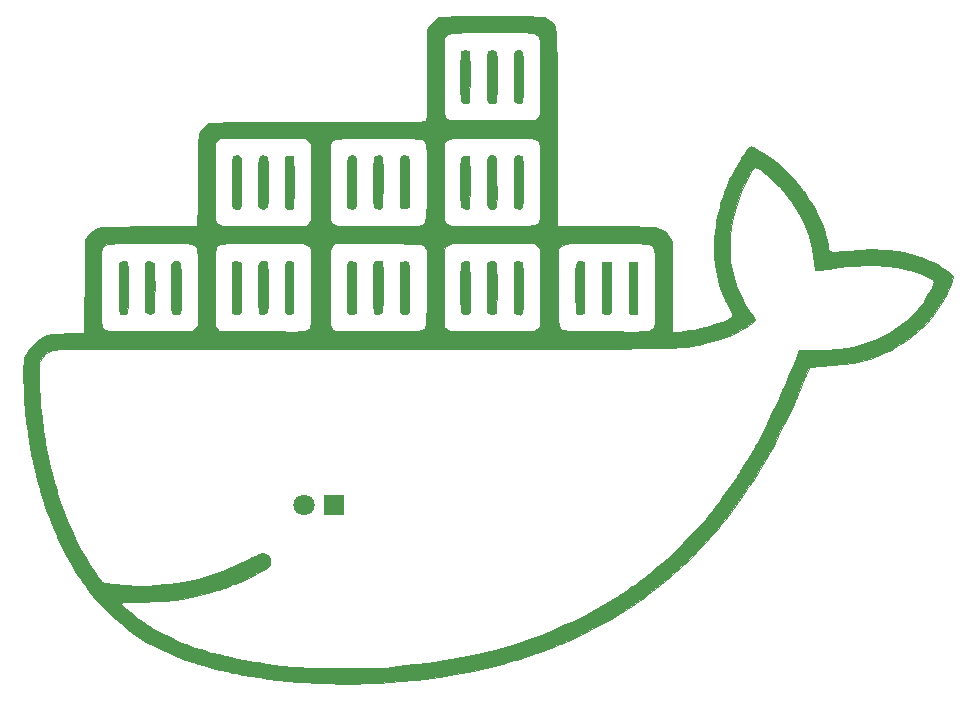
<source format=gbr>
G04 #@! TF.GenerationSoftware,KiCad,Pcbnew,(5.1.2)-1*
G04 #@! TF.CreationDate,2019-06-19T12:48:08+08:00*
G04 #@! TF.ProjectId,docker_take2,646f636b-6572-45f7-9461-6b65322e6b69,rev?*
G04 #@! TF.SameCoordinates,Original*
G04 #@! TF.FileFunction,Copper,L1,Top*
G04 #@! TF.FilePolarity,Positive*
%FSLAX46Y46*%
G04 Gerber Fmt 4.6, Leading zero omitted, Abs format (unit mm)*
G04 Created by KiCad (PCBNEW (5.1.2)-1) date 2019-06-19 12:48:08*
%MOMM*%
%LPD*%
G04 APERTURE LIST*
%ADD10C,0.010000*%
%ADD11R,1.800000X1.800000*%
%ADD12C,1.800000*%
G04 APERTURE END LIST*
D10*
G36*
X156939249Y-48161663D02*
G01*
X157599137Y-48163666D01*
X158151552Y-48168151D01*
X158607705Y-48176085D01*
X158978810Y-48188439D01*
X159276079Y-48206180D01*
X159510723Y-48230277D01*
X159693955Y-48261700D01*
X159836988Y-48301418D01*
X159951034Y-48350399D01*
X160047305Y-48409612D01*
X160137013Y-48480026D01*
X160231371Y-48562611D01*
X160267645Y-48594636D01*
X160341282Y-48655845D01*
X160407222Y-48708276D01*
X160465903Y-48759619D01*
X160517760Y-48817562D01*
X160563229Y-48889792D01*
X160602745Y-48983997D01*
X160636745Y-49107865D01*
X160665664Y-49269085D01*
X160689938Y-49475344D01*
X160710002Y-49734331D01*
X160726293Y-50053733D01*
X160739246Y-50441238D01*
X160749298Y-50904535D01*
X160756883Y-51451311D01*
X160762438Y-52089255D01*
X160766398Y-52826054D01*
X160769199Y-53669397D01*
X160771278Y-54626971D01*
X160773069Y-55706465D01*
X160775009Y-56915566D01*
X160776160Y-57565748D01*
X160778495Y-58632953D01*
X160781427Y-59661066D01*
X160784895Y-60641250D01*
X160788839Y-61564668D01*
X160793199Y-62422484D01*
X160797912Y-63205862D01*
X160802919Y-63905965D01*
X160808159Y-64513957D01*
X160813571Y-65021001D01*
X160819095Y-65418262D01*
X160824669Y-65696902D01*
X160830233Y-65848085D01*
X160833241Y-65873665D01*
X160912338Y-65888583D01*
X161125641Y-65901885D01*
X161466251Y-65913454D01*
X161927272Y-65923174D01*
X162501805Y-65930928D01*
X163182954Y-65936598D01*
X163963820Y-65940069D01*
X164820929Y-65941222D01*
X165833313Y-65942629D01*
X166706590Y-65946872D01*
X167442734Y-65953989D01*
X168043721Y-65964015D01*
X168511525Y-65976989D01*
X168848123Y-65992945D01*
X169055489Y-66011921D01*
X169103015Y-66020441D01*
X169556839Y-66163529D01*
X169901949Y-66362461D01*
X170166203Y-66637582D01*
X170335188Y-66920314D01*
X170497500Y-67246500D01*
X170505918Y-70915389D01*
X170507716Y-71626348D01*
X170509735Y-72297944D01*
X170511912Y-72916311D01*
X170514183Y-73467585D01*
X170516484Y-73937898D01*
X170518750Y-74313387D01*
X170520919Y-74580184D01*
X170522926Y-74724425D01*
X170523557Y-74743028D01*
X170548735Y-74844993D01*
X170634719Y-74890959D01*
X170821041Y-74901777D01*
X170824504Y-74901778D01*
X171120326Y-74884620D01*
X171536331Y-74832573D01*
X172078764Y-74744778D01*
X172437777Y-74680106D01*
X172910967Y-74580643D01*
X173407590Y-74455630D01*
X173904904Y-74312838D01*
X174380165Y-74160041D01*
X174810631Y-74005011D01*
X175173558Y-73855519D01*
X175446204Y-73719338D01*
X175605824Y-73604241D01*
X175614434Y-73594504D01*
X175638902Y-73461270D01*
X175578532Y-73243890D01*
X175441142Y-72964648D01*
X175330552Y-72785111D01*
X175238549Y-72620860D01*
X175125932Y-72386917D01*
X175053516Y-72220667D01*
X174948209Y-71966959D01*
X174850747Y-71732393D01*
X174804379Y-71620945D01*
X174545902Y-70887826D01*
X174336489Y-70065558D01*
X174183914Y-69199926D01*
X174095950Y-68336715D01*
X174080371Y-67521711D01*
X174085659Y-67387611D01*
X174117204Y-66896897D01*
X174162222Y-66402395D01*
X174217345Y-65926869D01*
X174279207Y-65493083D01*
X174344441Y-65123801D01*
X174409680Y-64841785D01*
X174471558Y-64669800D01*
X174492113Y-64639473D01*
X174543149Y-64519189D01*
X174554444Y-64419510D01*
X174576397Y-64289324D01*
X174635024Y-64061343D01*
X174719480Y-63770641D01*
X174818919Y-63452294D01*
X174922496Y-63141376D01*
X175019363Y-62872960D01*
X175076589Y-62730945D01*
X175168349Y-62511590D01*
X175262229Y-62276729D01*
X175263933Y-62272334D01*
X175393818Y-61972534D01*
X175570266Y-61615693D01*
X175780711Y-61222473D01*
X176012585Y-60813535D01*
X176253324Y-60409542D01*
X176490360Y-60031157D01*
X176711128Y-59699042D01*
X176903061Y-59433858D01*
X177053592Y-59256268D01*
X177138522Y-59190027D01*
X177215052Y-59172609D01*
X177305329Y-59191181D01*
X177442794Y-59258963D01*
X177660888Y-59389176D01*
X177694166Y-59409687D01*
X177916180Y-59543056D01*
X178126339Y-59663578D01*
X178177647Y-59691603D01*
X178627139Y-59969178D01*
X179130648Y-60343756D01*
X179665280Y-60794032D01*
X180208143Y-61298699D01*
X180736345Y-61836451D01*
X181226993Y-62385980D01*
X181657195Y-62925980D01*
X181667053Y-62939275D01*
X181911023Y-63291997D01*
X182169129Y-63705203D01*
X182430321Y-64156927D01*
X182683548Y-64625204D01*
X182917758Y-65088071D01*
X183121902Y-65523562D01*
X183284928Y-65909712D01*
X183395786Y-66224556D01*
X183443426Y-66446131D01*
X183444444Y-66472089D01*
X183475491Y-66624904D01*
X183506665Y-66700652D01*
X183576087Y-66888258D01*
X183645117Y-67153221D01*
X183699762Y-67432447D01*
X183726030Y-67662837D01*
X183726666Y-67692639D01*
X183758827Y-67926125D01*
X183867563Y-68061744D01*
X184071260Y-68112773D01*
X184295783Y-68103690D01*
X184515228Y-68083409D01*
X184841782Y-68056581D01*
X185241733Y-68025669D01*
X185681367Y-67993137D01*
X186126970Y-67961450D01*
X186544830Y-67933070D01*
X186901232Y-67910463D01*
X187078055Y-67900345D01*
X187335098Y-67896634D01*
X187687751Y-67905008D01*
X188099073Y-67923172D01*
X188532126Y-67948832D01*
X188949970Y-67979690D01*
X189315665Y-68013451D01*
X189592273Y-68047821D01*
X189670972Y-68061479D01*
X190091343Y-68145990D01*
X190400216Y-68209728D01*
X190624615Y-68258812D01*
X190791566Y-68299360D01*
X190928095Y-68337490D01*
X191029166Y-68368945D01*
X191296522Y-68453607D01*
X191570378Y-68538555D01*
X191593611Y-68545650D01*
X191809897Y-68616249D01*
X191988915Y-68682396D01*
X192016944Y-68694263D01*
X192151436Y-68753945D01*
X192367821Y-68849985D01*
X192616666Y-68960443D01*
X192842566Y-69076665D01*
X193117269Y-69241631D01*
X193413698Y-69436108D01*
X193704778Y-69640865D01*
X193963430Y-69836670D01*
X194162578Y-70004291D01*
X194275146Y-70124496D01*
X194287534Y-70147223D01*
X194282088Y-70272057D01*
X194221017Y-70498975D01*
X194113183Y-70804547D01*
X193967445Y-71165341D01*
X193792662Y-71557927D01*
X193616675Y-71921394D01*
X193201854Y-72640038D01*
X192681771Y-73373435D01*
X192083856Y-74088316D01*
X191435536Y-74751411D01*
X190888055Y-75231136D01*
X190683684Y-75386344D01*
X190426294Y-75567171D01*
X190143401Y-75756080D01*
X189862522Y-75935537D01*
X189611174Y-76088004D01*
X189416872Y-76195947D01*
X189307134Y-76241828D01*
X189301327Y-76242334D01*
X189232193Y-76295548D01*
X189230000Y-76312889D01*
X189175593Y-76380513D01*
X189153931Y-76383445D01*
X189057744Y-76411988D01*
X188871167Y-76487648D01*
X188630538Y-76595469D01*
X188571848Y-76623017D01*
X187920704Y-76907156D01*
X187260508Y-77143416D01*
X186569170Y-77336448D01*
X185824599Y-77490897D01*
X185004707Y-77611412D01*
X184087403Y-77702640D01*
X183148132Y-77764190D01*
X182181541Y-77815215D01*
X181988925Y-78281135D01*
X181885558Y-78521467D01*
X181796388Y-78711662D01*
X181739994Y-78812194D01*
X181738432Y-78814084D01*
X181682932Y-78943796D01*
X181680555Y-78972391D01*
X181653286Y-79070752D01*
X181579363Y-79267441D01*
X181470616Y-79532364D01*
X181360259Y-79787308D01*
X181224988Y-80093636D01*
X181106450Y-80363376D01*
X181019078Y-80563612D01*
X180981141Y-80652056D01*
X180824670Y-81010090D01*
X180615744Y-81462639D01*
X180366911Y-81984644D01*
X180090717Y-82551047D01*
X179799710Y-83136789D01*
X179506437Y-83716811D01*
X179223443Y-84266055D01*
X178963277Y-84759463D01*
X178738484Y-85171975D01*
X178578897Y-85449834D01*
X178477704Y-85624546D01*
X178341640Y-85866465D01*
X178221200Y-86084834D01*
X178001772Y-86463665D01*
X177710623Y-86931585D01*
X177363070Y-87466615D01*
X176974432Y-88046774D01*
X176560027Y-88650081D01*
X176135172Y-89254555D01*
X175715185Y-89838217D01*
X175315384Y-90379087D01*
X174951088Y-90855182D01*
X174637613Y-91244524D01*
X174568478Y-91326315D01*
X174390577Y-91535106D01*
X174161892Y-91804805D01*
X173922384Y-92088254D01*
X173838421Y-92187889D01*
X173348422Y-92740662D01*
X172763738Y-93351548D01*
X172106817Y-93999968D01*
X171400107Y-94665345D01*
X170666054Y-95327101D01*
X169927108Y-95964657D01*
X169205715Y-96557436D01*
X168524324Y-97084858D01*
X168380833Y-97190942D01*
X168118833Y-97379200D01*
X167805462Y-97598709D01*
X167460735Y-97836081D01*
X167104665Y-98077928D01*
X166757267Y-98310861D01*
X166438555Y-98521494D01*
X166168542Y-98696438D01*
X165967242Y-98822306D01*
X165854671Y-98885710D01*
X165839843Y-98890667D01*
X165763853Y-98925325D01*
X165610946Y-99013777D01*
X165504292Y-99079914D01*
X165223625Y-99247380D01*
X164839587Y-99461398D01*
X164376888Y-99709297D01*
X163860239Y-99978410D01*
X163314354Y-100256068D01*
X162763942Y-100529601D01*
X162233715Y-100786342D01*
X161748385Y-101013621D01*
X161607500Y-101077653D01*
X161347595Y-101190313D01*
X161022745Y-101324494D01*
X160657860Y-101470656D01*
X160277853Y-101619261D01*
X159907635Y-101760769D01*
X159572117Y-101885643D01*
X159296212Y-101984344D01*
X159104831Y-102047331D01*
X159027191Y-102065667D01*
X158899315Y-102092482D01*
X158866827Y-102113469D01*
X158778821Y-102159561D01*
X158591884Y-102235777D01*
X158341470Y-102329195D01*
X158063033Y-102426890D01*
X157792028Y-102515940D01*
X157621111Y-102567534D01*
X157383769Y-102635897D01*
X157162500Y-102700462D01*
X156905623Y-102774352D01*
X156570229Y-102868243D01*
X156189342Y-102973177D01*
X155795989Y-103080196D01*
X155423194Y-103180342D01*
X155103983Y-103264655D01*
X154871380Y-103324177D01*
X154798888Y-103341611D01*
X153679686Y-103590295D01*
X152667811Y-103797843D01*
X151737138Y-103968978D01*
X150861541Y-104108421D01*
X150014897Y-104220895D01*
X149789444Y-104247075D01*
X148664782Y-104367027D01*
X147597921Y-104467365D01*
X146608460Y-104546540D01*
X145715996Y-104603001D01*
X144940128Y-104635200D01*
X144850555Y-104637484D01*
X144381050Y-104649685D01*
X143920350Y-104663814D01*
X143502310Y-104678678D01*
X143160787Y-104693079D01*
X142945555Y-104704741D01*
X142655696Y-104713656D01*
X142394874Y-104703924D01*
X142217405Y-104677674D01*
X142211696Y-104675967D01*
X142072126Y-104653882D01*
X141820992Y-104634705D01*
X141487833Y-104619909D01*
X141102189Y-104610969D01*
X140871140Y-104609060D01*
X140276869Y-104595081D01*
X139579680Y-104558113D01*
X138807782Y-104501233D01*
X137989387Y-104427519D01*
X137152702Y-104340050D01*
X136325940Y-104241902D01*
X135537309Y-104136155D01*
X134815019Y-104025884D01*
X134187281Y-103914169D01*
X133843888Y-103842367D01*
X133589120Y-103787021D01*
X133282105Y-103723342D01*
X133103055Y-103687526D01*
X132846188Y-103631908D01*
X132624458Y-103574958D01*
X132517652Y-103540605D01*
X132324133Y-103488945D01*
X132205161Y-103476778D01*
X132027769Y-103456558D01*
X131838064Y-103412474D01*
X131341793Y-103264412D01*
X130855136Y-103117790D01*
X130398922Y-102979016D01*
X129993981Y-102854494D01*
X129661142Y-102750632D01*
X129421234Y-102673837D01*
X129295087Y-102630514D01*
X129293055Y-102629709D01*
X129159307Y-102576939D01*
X128939596Y-102490961D01*
X128679516Y-102389615D01*
X128658055Y-102381270D01*
X128376780Y-102264071D01*
X128011802Y-102100646D01*
X127594607Y-101906255D01*
X127156683Y-101696159D01*
X126729517Y-101485619D01*
X126344596Y-101289894D01*
X126033407Y-101124246D01*
X125865745Y-101027953D01*
X125615275Y-100871987D01*
X125336954Y-100693731D01*
X125057629Y-100511014D01*
X124804144Y-100341668D01*
X124603345Y-100203521D01*
X124482077Y-100114404D01*
X124460000Y-100094278D01*
X124392317Y-100031749D01*
X124241202Y-99904359D01*
X124033856Y-99734842D01*
X123930833Y-99651979D01*
X123220370Y-99037439D01*
X122494313Y-98324284D01*
X121784739Y-97546716D01*
X121123726Y-96738934D01*
X120829449Y-96345454D01*
X120660865Y-96108083D01*
X120469332Y-95831377D01*
X120271142Y-95539778D01*
X120082583Y-95257730D01*
X119919949Y-95009673D01*
X119799528Y-94820051D01*
X119737611Y-94713305D01*
X119732777Y-94700034D01*
X119700277Y-94629106D01*
X119614539Y-94468983D01*
X119493206Y-94252487D01*
X119476440Y-94223139D01*
X119325741Y-93951981D01*
X119156644Y-93634971D01*
X118981825Y-93297473D01*
X118813962Y-92964848D01*
X118665732Y-92662461D01*
X118549812Y-92415674D01*
X118478878Y-92249849D01*
X118462777Y-92195131D01*
X118431070Y-92089185D01*
X118353002Y-91923036D01*
X118335293Y-91890174D01*
X118216672Y-91652562D01*
X118113042Y-91411778D01*
X118021637Y-91177905D01*
X117932869Y-90956990D01*
X117931299Y-90953167D01*
X117844996Y-90732123D01*
X117758935Y-90496170D01*
X117758373Y-90494556D01*
X117683264Y-90287457D01*
X117616433Y-90116611D01*
X117612159Y-90106500D01*
X117554492Y-89952463D01*
X117469382Y-89702628D01*
X117369544Y-89396475D01*
X117267690Y-89073482D01*
X117176533Y-88773129D01*
X117123687Y-88589556D01*
X117058233Y-88364562D01*
X116998703Y-88177355D01*
X116982205Y-88130945D01*
X116930864Y-87968392D01*
X116857013Y-87700100D01*
X116768568Y-87358118D01*
X116673445Y-86974498D01*
X116579560Y-86581293D01*
X116494829Y-86210553D01*
X116427167Y-85894330D01*
X116415876Y-85837889D01*
X116361565Y-85563682D01*
X116300964Y-85260013D01*
X116282419Y-85167611D01*
X116108447Y-84246433D01*
X115966822Y-83363299D01*
X115853326Y-82481514D01*
X115763742Y-81564381D01*
X115693852Y-80575204D01*
X115645851Y-79629000D01*
X115619434Y-78909689D01*
X115608585Y-78323412D01*
X116926528Y-78323412D01*
X116928307Y-78781142D01*
X116938857Y-79278814D01*
X116957692Y-79791237D01*
X116984325Y-80293222D01*
X117018272Y-80759577D01*
X117048743Y-81075389D01*
X117113223Y-81659883D01*
X117165011Y-82124075D01*
X117206500Y-82487965D01*
X117240082Y-82771554D01*
X117268149Y-82994843D01*
X117293093Y-83177833D01*
X117317305Y-83340523D01*
X117327215Y-83403723D01*
X117377474Y-83719749D01*
X117434376Y-84076463D01*
X117467833Y-84285667D01*
X117557826Y-84796933D01*
X117673077Y-85375587D01*
X117804736Y-85982740D01*
X117943950Y-86579506D01*
X118081869Y-87126997D01*
X118209641Y-87586325D01*
X118246710Y-87707611D01*
X118345612Y-88028840D01*
X118450534Y-88379972D01*
X118501234Y-88554278D01*
X118742455Y-89314303D01*
X119048866Y-90151302D01*
X119403959Y-91027197D01*
X119791225Y-91903908D01*
X120194154Y-92743356D01*
X120596237Y-93507462D01*
X120810693Y-93881223D01*
X120990058Y-94173868D01*
X121202566Y-94506731D01*
X121432506Y-94856740D01*
X121664170Y-95200822D01*
X121881845Y-95515904D01*
X122069823Y-95778914D01*
X122212392Y-95966779D01*
X122289515Y-96053057D01*
X122421558Y-96107004D01*
X122673209Y-96159832D01*
X123022963Y-96210040D01*
X123449317Y-96256124D01*
X123930768Y-96296582D01*
X124445813Y-96329911D01*
X124972947Y-96354609D01*
X125490667Y-96369173D01*
X125977471Y-96372101D01*
X126411853Y-96361890D01*
X126580335Y-96352880D01*
X127924030Y-96232262D01*
X129176710Y-96046754D01*
X130370396Y-95787613D01*
X131537108Y-95446098D01*
X132708868Y-95013467D01*
X133917697Y-94480977D01*
X134530156Y-94182510D01*
X134954254Y-93971168D01*
X135273137Y-93816809D01*
X135507115Y-93711950D01*
X135676499Y-93649107D01*
X135801599Y-93620798D01*
X135902725Y-93619537D01*
X136000186Y-93637843D01*
X136005062Y-93639071D01*
X136229595Y-93740329D01*
X136405201Y-93894385D01*
X136406311Y-93895872D01*
X136510497Y-94125537D01*
X136534793Y-94388064D01*
X136479413Y-94626668D01*
X136403147Y-94739708D01*
X136278031Y-94832632D01*
X136053204Y-94969069D01*
X135752351Y-95137157D01*
X135399159Y-95325033D01*
X135017313Y-95520836D01*
X134630499Y-95712704D01*
X134262403Y-95888774D01*
X133936711Y-96037184D01*
X133677108Y-96146073D01*
X133507282Y-96203579D01*
X133468177Y-96209556D01*
X133332905Y-96252382D01*
X133311194Y-96268450D01*
X133209970Y-96323949D01*
X133024289Y-96401545D01*
X132891388Y-96450318D01*
X132660466Y-96532681D01*
X132466088Y-96605190D01*
X132397500Y-96632480D01*
X132208737Y-96699619D01*
X132115277Y-96725927D01*
X131990191Y-96759746D01*
X131765865Y-96823507D01*
X131478308Y-96906896D01*
X131268611Y-96968489D01*
X130507277Y-97180570D01*
X129788591Y-97351527D01*
X129082924Y-97485368D01*
X128360646Y-97586104D01*
X127592127Y-97657743D01*
X126747736Y-97704296D01*
X125797844Y-97729771D01*
X125624166Y-97732289D01*
X125060693Y-97740037D01*
X124625225Y-97748972D01*
X124304666Y-97762211D01*
X124085925Y-97782873D01*
X123955906Y-97814077D01*
X123901516Y-97858943D01*
X123909662Y-97920587D01*
X123967249Y-98002131D01*
X124059588Y-98104957D01*
X124248492Y-98286647D01*
X124528863Y-98526279D01*
X124874460Y-98803970D01*
X125259040Y-99099839D01*
X125656361Y-99394002D01*
X126040181Y-99666577D01*
X126384257Y-99897681D01*
X126610918Y-100037974D01*
X126754391Y-100115153D01*
X126996197Y-100238342D01*
X127307109Y-100393214D01*
X127657897Y-100565445D01*
X128019333Y-100740711D01*
X128362188Y-100904686D01*
X128657233Y-101043045D01*
X128728611Y-101075844D01*
X128991121Y-101186370D01*
X129347714Y-101323849D01*
X129757607Y-101473719D01*
X130180017Y-101621420D01*
X130574161Y-101752391D01*
X130899255Y-101852069D01*
X130915833Y-101856781D01*
X131276474Y-101958345D01*
X131535624Y-102030286D01*
X131727425Y-102081909D01*
X131886022Y-102122518D01*
X131938888Y-102135578D01*
X132130863Y-102183379D01*
X132402681Y-102251968D01*
X132697519Y-102327002D01*
X132715000Y-102331473D01*
X133168684Y-102440499D01*
X133684787Y-102553263D01*
X134211779Y-102659331D01*
X134698126Y-102748269D01*
X135043333Y-102802921D01*
X135205117Y-102826163D01*
X135471678Y-102864941D01*
X135808197Y-102914171D01*
X136179853Y-102968769D01*
X136242777Y-102978036D01*
X136871465Y-103069400D01*
X137381835Y-103140365D01*
X137794831Y-103193319D01*
X138131393Y-103230651D01*
X138412465Y-103254747D01*
X138658987Y-103267997D01*
X138821717Y-103272089D01*
X139147077Y-103284776D01*
X139484112Y-103310426D01*
X139700000Y-103335462D01*
X139877203Y-103350313D01*
X140170881Y-103362065D01*
X140563626Y-103370852D01*
X141038030Y-103376810D01*
X141576685Y-103380075D01*
X142162186Y-103380782D01*
X142777123Y-103379066D01*
X143404090Y-103375063D01*
X144025680Y-103368908D01*
X144624484Y-103360737D01*
X145183096Y-103350685D01*
X145684107Y-103338887D01*
X146110111Y-103325480D01*
X146443701Y-103310598D01*
X146667468Y-103294376D01*
X146755555Y-103280575D01*
X146923984Y-103243101D01*
X147194346Y-103200548D01*
X147527858Y-103158418D01*
X147849166Y-103125478D01*
X149834558Y-102903275D01*
X151800795Y-102600966D01*
X153722047Y-102223758D01*
X155572487Y-101776855D01*
X157326287Y-101265464D01*
X157726944Y-101134715D01*
X157974726Y-101050414D01*
X158185134Y-100975906D01*
X158291388Y-100935705D01*
X158422247Y-100886604D01*
X158644887Y-100807403D01*
X158917336Y-100712969D01*
X158996944Y-100685784D01*
X159701189Y-100427219D01*
X160491645Y-100104328D01*
X161337620Y-99731820D01*
X162208422Y-99324405D01*
X163073361Y-98896789D01*
X163901745Y-98463682D01*
X164662884Y-98039793D01*
X165241111Y-97693316D01*
X165529958Y-97509642D01*
X165873118Y-97286338D01*
X166249446Y-97037712D01*
X166637792Y-96778071D01*
X167017012Y-96521723D01*
X167365957Y-96282976D01*
X167663480Y-96076138D01*
X167888435Y-95915516D01*
X168019675Y-95815418D01*
X168030422Y-95806103D01*
X168146361Y-95707340D01*
X168339814Y-95548231D01*
X168577597Y-95355939D01*
X168698771Y-95259003D01*
X169366120Y-94705878D01*
X170068773Y-94084969D01*
X170785624Y-93417412D01*
X171495568Y-92724342D01*
X172177499Y-92026894D01*
X172810311Y-91346204D01*
X173372900Y-90703407D01*
X173844160Y-90119639D01*
X173886540Y-90063880D01*
X173983049Y-89936550D01*
X174142750Y-89726356D01*
X174343308Y-89462678D01*
X174558695Y-89179743D01*
X174770740Y-88896420D01*
X175017992Y-88558293D01*
X175282464Y-88190798D01*
X175546172Y-87819373D01*
X175791132Y-87469453D01*
X175999358Y-87166476D01*
X176152865Y-86935878D01*
X176212500Y-86840702D01*
X176292849Y-86710786D01*
X176412837Y-86522001D01*
X176466457Y-86438775D01*
X176581565Y-86253068D01*
X176750988Y-85969447D01*
X176960076Y-85613110D01*
X177194178Y-85209253D01*
X177438641Y-84783072D01*
X177678816Y-84359764D01*
X177779963Y-84179834D01*
X177966419Y-83834336D01*
X178197220Y-83386772D01*
X178459419Y-82864031D01*
X178740071Y-82293003D01*
X179026230Y-81700579D01*
X179304949Y-81113650D01*
X179563282Y-80559105D01*
X179788284Y-80063837D01*
X179967008Y-79654734D01*
X180021853Y-79523167D01*
X180145815Y-79221661D01*
X180260145Y-78946483D01*
X180347337Y-78739648D01*
X180374620Y-78676500D01*
X180479209Y-78434525D01*
X180598579Y-78149364D01*
X180743587Y-77794636D01*
X180925090Y-77343959D01*
X180998894Y-77159556D01*
X181295039Y-76418723D01*
X182140436Y-76434658D01*
X183475997Y-76418624D01*
X184710053Y-76315730D01*
X185854998Y-76122416D01*
X186923230Y-75835124D01*
X187927142Y-75450292D01*
X188879132Y-74964361D01*
X189791593Y-74373772D01*
X190091343Y-74151322D01*
X190356981Y-73926551D01*
X190671326Y-73627836D01*
X191004902Y-73286581D01*
X191328233Y-72934190D01*
X191611843Y-72602070D01*
X191826255Y-72321624D01*
X191870320Y-72255945D01*
X192162253Y-71794612D01*
X192380397Y-71432393D01*
X192532727Y-71153393D01*
X192627218Y-70941715D01*
X192671844Y-70781465D01*
X192674580Y-70656746D01*
X192674144Y-70653697D01*
X192587825Y-70505900D01*
X192380506Y-70339374D01*
X192069658Y-70162553D01*
X191672753Y-69983867D01*
X191207264Y-69811749D01*
X190690662Y-69654630D01*
X190500000Y-69604487D01*
X189606433Y-69415233D01*
X188692405Y-69297434D01*
X187712484Y-69245911D01*
X187325000Y-69242607D01*
X186698896Y-69247746D01*
X186170602Y-69262694D01*
X185696966Y-69290786D01*
X185234835Y-69335355D01*
X184741056Y-69399736D01*
X184185277Y-69485198D01*
X183809180Y-69542392D01*
X183453311Y-69590341D01*
X183156564Y-69624191D01*
X182957836Y-69639089D01*
X182950555Y-69639262D01*
X182633055Y-69645389D01*
X182577901Y-69080945D01*
X182404497Y-67870722D01*
X182126731Y-66747098D01*
X181739474Y-65696345D01*
X181237597Y-64704737D01*
X180615971Y-63758548D01*
X180562051Y-63685923D01*
X180301631Y-63360316D01*
X179989568Y-63005743D01*
X179642105Y-62637251D01*
X179275487Y-62269886D01*
X178905957Y-61918694D01*
X178549757Y-61598722D01*
X178223131Y-61325015D01*
X177942323Y-61112621D01*
X177723575Y-60976584D01*
X177588790Y-60931778D01*
X177487272Y-60994095D01*
X177344088Y-61168354D01*
X177170075Y-61435516D01*
X176976068Y-61776543D01*
X176772905Y-62172396D01*
X176571421Y-62604037D01*
X176384037Y-63048445D01*
X175957785Y-64268081D01*
X175653643Y-65473732D01*
X175472264Y-66656424D01*
X175414299Y-67807181D01*
X175480400Y-68917031D01*
X175671218Y-69977000D01*
X175838385Y-70562611D01*
X176063435Y-71168850D01*
X176344596Y-71798994D01*
X176658556Y-72406230D01*
X176982001Y-72943745D01*
X177132997Y-73162173D01*
X177302614Y-73405269D01*
X177434053Y-73614274D01*
X177508176Y-73757751D01*
X177517777Y-73794221D01*
X177456392Y-73926861D01*
X177285797Y-74102138D01*
X177026337Y-74306751D01*
X176698354Y-74527403D01*
X176322192Y-74750796D01*
X175918194Y-74963631D01*
X175506704Y-75152611D01*
X175330555Y-75223989D01*
X174628765Y-75475210D01*
X173913959Y-75694099D01*
X173247828Y-75862033D01*
X173143333Y-75884285D01*
X172967624Y-75921309D01*
X172807268Y-75956147D01*
X172657814Y-75988866D01*
X172514811Y-76019531D01*
X172373808Y-76048209D01*
X172230356Y-76074965D01*
X172080004Y-76099867D01*
X171918301Y-76122981D01*
X171740797Y-76144371D01*
X171543040Y-76164106D01*
X171320581Y-76182251D01*
X171068970Y-76198872D01*
X170783754Y-76214036D01*
X170460485Y-76227809D01*
X170094711Y-76240256D01*
X169681982Y-76251445D01*
X169217847Y-76261442D01*
X168697856Y-76270312D01*
X168117558Y-76278122D01*
X167472503Y-76284938D01*
X166758240Y-76290827D01*
X165970319Y-76295854D01*
X165104289Y-76300087D01*
X164155699Y-76303590D01*
X163120100Y-76306431D01*
X161993039Y-76308676D01*
X160770068Y-76310390D01*
X159446735Y-76311640D01*
X158018590Y-76312493D01*
X156481183Y-76313014D01*
X154830062Y-76313271D01*
X153060777Y-76313328D01*
X151168878Y-76313252D01*
X149149914Y-76313110D01*
X146999435Y-76312967D01*
X144712990Y-76312891D01*
X144343600Y-76312889D01*
X141966082Y-76312981D01*
X139726126Y-76313264D01*
X137620186Y-76313751D01*
X135644711Y-76314452D01*
X133796155Y-76315380D01*
X132070968Y-76316547D01*
X130465603Y-76317963D01*
X128976511Y-76319641D01*
X127600145Y-76321592D01*
X126332955Y-76323829D01*
X125171394Y-76326362D01*
X124111913Y-76329204D01*
X123150964Y-76332366D01*
X122284999Y-76335860D01*
X121510470Y-76339698D01*
X120823828Y-76343891D01*
X120221525Y-76348451D01*
X119700013Y-76353390D01*
X119255744Y-76358720D01*
X118885169Y-76364451D01*
X118584740Y-76370597D01*
X118350909Y-76377168D01*
X118180128Y-76384176D01*
X118068849Y-76391634D01*
X118013522Y-76399552D01*
X118012839Y-76399752D01*
X117710653Y-76546463D01*
X117414404Y-76784811D01*
X117164207Y-77074373D01*
X117000179Y-77374730D01*
X116978672Y-77441778D01*
X116951225Y-77628540D01*
X116934005Y-77930814D01*
X116926528Y-78323412D01*
X115608585Y-78323412D01*
X115608539Y-78320930D01*
X115613394Y-77852995D01*
X115634224Y-77496156D01*
X115671258Y-77240685D01*
X115704163Y-77124278D01*
X116003481Y-76490517D01*
X116388401Y-75966810D01*
X116856973Y-75555255D01*
X117407245Y-75257950D01*
X117459317Y-75237403D01*
X117645511Y-75168984D01*
X117813786Y-75118207D01*
X117990834Y-75081886D01*
X118203344Y-75056833D01*
X118478008Y-75039862D01*
X118841516Y-75027784D01*
X119297782Y-75017854D01*
X119720842Y-75007186D01*
X120097174Y-74993112D01*
X120403296Y-74976883D01*
X120615727Y-74959748D01*
X120710984Y-74942956D01*
X120711506Y-74942649D01*
X120730591Y-74885285D01*
X120746803Y-74734329D01*
X120760278Y-74483346D01*
X120771151Y-74125904D01*
X120779556Y-73655568D01*
X120785630Y-73065907D01*
X120789508Y-72350486D01*
X120791325Y-71502872D01*
X120791504Y-71140531D01*
X120791514Y-71134091D01*
X122166944Y-71134091D01*
X122167140Y-71906776D01*
X122168613Y-72551003D01*
X122172690Y-73079430D01*
X122180699Y-73504709D01*
X122193968Y-73839497D01*
X122213823Y-74096447D01*
X122241593Y-74288215D01*
X122278604Y-74427454D01*
X122326186Y-74526821D01*
X122385664Y-74598969D01*
X122458366Y-74656554D01*
X122542065Y-74710024D01*
X122595839Y-74736576D01*
X122672195Y-74758861D01*
X122783006Y-74777256D01*
X122940146Y-74792134D01*
X123155489Y-74803873D01*
X123440909Y-74812845D01*
X123808280Y-74819427D01*
X124269475Y-74823994D01*
X124836369Y-74826920D01*
X125520836Y-74828582D01*
X126319138Y-74829345D01*
X129906888Y-74831223D01*
X130386666Y-74351445D01*
X130386402Y-71151750D01*
X130386248Y-70774428D01*
X131797761Y-70774428D01*
X131797777Y-71177190D01*
X131797777Y-74374053D01*
X131977021Y-74567360D01*
X132096934Y-74696651D01*
X132166215Y-74771292D01*
X132171049Y-74776486D01*
X132243434Y-74781811D01*
X132440251Y-74787808D01*
X132744823Y-74794306D01*
X133140474Y-74801136D01*
X133610526Y-74808127D01*
X134138304Y-74815109D01*
X134707130Y-74821912D01*
X135300327Y-74828366D01*
X135901220Y-74834301D01*
X136493131Y-74839547D01*
X137059384Y-74843934D01*
X137583302Y-74847291D01*
X138048209Y-74849449D01*
X138437426Y-74850237D01*
X138734279Y-74849486D01*
X138922090Y-74847025D01*
X138959166Y-74845718D01*
X139224825Y-74821764D01*
X139460730Y-74782080D01*
X139573088Y-74750389D01*
X139665811Y-74713205D01*
X139743349Y-74672416D01*
X139807061Y-74615917D01*
X139858302Y-74531606D01*
X139898431Y-74407378D01*
X139928806Y-74231129D01*
X139950783Y-73990758D01*
X139965721Y-73674159D01*
X139974976Y-73269230D01*
X139979908Y-72763866D01*
X139981872Y-72145965D01*
X139982227Y-71403423D01*
X139982222Y-71102632D01*
X139982222Y-67914706D01*
X141534444Y-67914706D01*
X141534444Y-71062440D01*
X141534900Y-71856247D01*
X141537092Y-72521113D01*
X141542256Y-73069207D01*
X141551627Y-73512699D01*
X141566442Y-73863759D01*
X141587935Y-74134555D01*
X141617343Y-74337257D01*
X141655901Y-74484035D01*
X141704846Y-74587057D01*
X141765412Y-74658493D01*
X141838837Y-74710513D01*
X141908569Y-74746764D01*
X142022987Y-74766643D01*
X142277587Y-74783722D01*
X142671465Y-74797983D01*
X143203719Y-74809406D01*
X143873446Y-74817972D01*
X144679744Y-74823662D01*
X145615780Y-74826447D01*
X146422831Y-74827174D01*
X147100761Y-74826757D01*
X147661558Y-74824838D01*
X148117211Y-74821054D01*
X148479706Y-74815044D01*
X148761033Y-74806448D01*
X148973178Y-74794903D01*
X149128131Y-74780050D01*
X149237880Y-74761526D01*
X149314411Y-74738972D01*
X149367334Y-74713443D01*
X149456198Y-74659433D01*
X149530290Y-74603279D01*
X149590955Y-74532436D01*
X149639533Y-74434360D01*
X149677367Y-74296504D01*
X149705801Y-74106325D01*
X149726176Y-73851277D01*
X149739836Y-73518815D01*
X149748122Y-73096394D01*
X149752378Y-72571469D01*
X149753945Y-71931495D01*
X149754166Y-71163927D01*
X149754166Y-67952056D01*
X149671928Y-67836756D01*
X151199167Y-67836756D01*
X151217500Y-71172443D01*
X151235833Y-74508131D01*
X151475572Y-74669677D01*
X151715312Y-74831223D01*
X158888884Y-74831223D01*
X159119303Y-74625343D01*
X159349722Y-74419464D01*
X159349722Y-72392412D01*
X160872971Y-72392412D01*
X160874782Y-72939077D01*
X160881380Y-73382356D01*
X160893696Y-73734819D01*
X160912662Y-74009035D01*
X160939207Y-74217576D01*
X160974264Y-74373012D01*
X161018761Y-74487912D01*
X161073631Y-74574847D01*
X161139804Y-74646387D01*
X161155615Y-74660986D01*
X161196646Y-74692560D01*
X161252216Y-74719039D01*
X161334778Y-74741040D01*
X161456787Y-74759179D01*
X161630697Y-74774072D01*
X161868963Y-74786335D01*
X162184039Y-74796585D01*
X162588379Y-74805438D01*
X163094437Y-74813511D01*
X163714667Y-74821418D01*
X164461523Y-74829778D01*
X164595808Y-74831223D01*
X165430004Y-74839945D01*
X166134992Y-74846582D01*
X166722665Y-74850870D01*
X167204913Y-74852544D01*
X167593629Y-74851339D01*
X167900704Y-74846992D01*
X168138031Y-74839238D01*
X168317500Y-74827813D01*
X168451005Y-74812452D01*
X168550435Y-74792891D01*
X168627684Y-74768866D01*
X168694643Y-74740111D01*
X168694671Y-74740098D01*
X168846388Y-74620220D01*
X168983546Y-74437633D01*
X168999593Y-74407808D01*
X169029564Y-74339541D01*
X169054171Y-74255593D01*
X169073827Y-74142760D01*
X169088950Y-73987839D01*
X169099954Y-73777625D01*
X169107255Y-73498914D01*
X169111268Y-73138503D01*
X169112409Y-72683186D01*
X169111093Y-72119762D01*
X169107735Y-71435024D01*
X169105426Y-71043945D01*
X169100692Y-70299096D01*
X169095985Y-69682297D01*
X169090648Y-69180488D01*
X169084025Y-68780609D01*
X169075459Y-68469600D01*
X169064293Y-68234400D01*
X169049870Y-68061952D01*
X169031535Y-67939193D01*
X169008629Y-67853065D01*
X168980497Y-67790508D01*
X168946481Y-67738462D01*
X168938669Y-67727834D01*
X168764879Y-67563304D01*
X168552752Y-67445266D01*
X168550613Y-67444510D01*
X168425671Y-67425466D01*
X168177103Y-67408527D01*
X167822383Y-67393748D01*
X167378980Y-67381179D01*
X166864366Y-67370876D01*
X166296014Y-67362889D01*
X165691393Y-67357273D01*
X165067976Y-67354079D01*
X164443233Y-67353362D01*
X163834637Y-67355173D01*
X163259658Y-67359565D01*
X162735768Y-67366592D01*
X162280439Y-67376306D01*
X161911141Y-67388760D01*
X161645346Y-67404007D01*
X161500525Y-67422099D01*
X161496427Y-67423175D01*
X161271880Y-67523872D01*
X161077869Y-67670331D01*
X161073094Y-67675339D01*
X160901944Y-67857448D01*
X160879989Y-70938641D01*
X160875017Y-71729790D01*
X160872971Y-72392412D01*
X159349722Y-72392412D01*
X159349722Y-67848936D01*
X159119125Y-67618274D01*
X158888528Y-67387611D01*
X155556070Y-67365648D01*
X154872093Y-67362138D01*
X154222183Y-67360711D01*
X153621849Y-67361268D01*
X153086598Y-67363707D01*
X152631938Y-67367927D01*
X152273379Y-67373829D01*
X152026426Y-67381310D01*
X151912279Y-67389330D01*
X151574540Y-67502365D01*
X151400057Y-67635866D01*
X151199167Y-67836756D01*
X149671928Y-67836756D01*
X149590732Y-67722919D01*
X149435673Y-67558570D01*
X149265139Y-67450010D01*
X149237954Y-67440697D01*
X149131470Y-67430226D01*
X148898236Y-67420441D01*
X148552610Y-67411547D01*
X148108952Y-67403749D01*
X147581622Y-67397253D01*
X146984979Y-67392265D01*
X146333382Y-67388991D01*
X145641192Y-67387636D01*
X145533025Y-67387611D01*
X142017440Y-67387611D01*
X141775942Y-67651159D01*
X141534444Y-67914706D01*
X139982222Y-67914706D01*
X139982222Y-67862966D01*
X139766385Y-67651946D01*
X139496824Y-67468096D01*
X139227371Y-67396630D01*
X139090170Y-67387386D01*
X138827950Y-67378796D01*
X138456804Y-67371064D01*
X137992824Y-67364395D01*
X137452102Y-67358992D01*
X136850730Y-67355061D01*
X136204800Y-67352806D01*
X135740469Y-67352334D01*
X134974771Y-67352858D01*
X134337152Y-67354720D01*
X133814584Y-67358352D01*
X133394036Y-67364187D01*
X133062479Y-67372657D01*
X132806885Y-67384196D01*
X132614225Y-67399236D01*
X132471468Y-67418209D01*
X132365587Y-67441548D01*
X132290383Y-67466912D01*
X132179125Y-67511912D01*
X132086015Y-67558295D01*
X132009439Y-67618225D01*
X131947781Y-67703869D01*
X131899426Y-67827389D01*
X131862758Y-68000951D01*
X131836164Y-68236720D01*
X131818028Y-68546861D01*
X131806735Y-68943537D01*
X131800669Y-69438914D01*
X131798216Y-70045156D01*
X131797761Y-70774428D01*
X130386248Y-70774428D01*
X130386091Y-70394555D01*
X130384944Y-69765502D01*
X130382443Y-69251625D01*
X130378066Y-68839954D01*
X130371294Y-68517523D01*
X130361605Y-68271364D01*
X130348479Y-68088509D01*
X130331396Y-67955990D01*
X130309836Y-67860839D01*
X130283278Y-67790088D01*
X130251201Y-67730769D01*
X130248961Y-67727080D01*
X130041716Y-67513718D01*
X129843531Y-67427612D01*
X129703259Y-67408646D01*
X129440985Y-67392521D01*
X129074118Y-67379198D01*
X128620066Y-67368634D01*
X128096235Y-67360790D01*
X127520033Y-67355623D01*
X126908869Y-67353093D01*
X126280149Y-67353158D01*
X125651282Y-67355777D01*
X125039674Y-67360909D01*
X124462735Y-67368513D01*
X123937870Y-67378547D01*
X123482488Y-67390971D01*
X123113997Y-67405744D01*
X122849804Y-67422823D01*
X122707317Y-67442168D01*
X122699595Y-67444510D01*
X122452536Y-67598516D01*
X122311539Y-67775667D01*
X122276944Y-67839292D01*
X122248353Y-67909943D01*
X122225195Y-68000894D01*
X122206899Y-68125419D01*
X122192893Y-68296791D01*
X122182605Y-68528284D01*
X122175465Y-68833170D01*
X122170900Y-69224723D01*
X122168340Y-69716217D01*
X122167212Y-70320926D01*
X122166945Y-71052121D01*
X122166944Y-71134091D01*
X120791514Y-71134091D01*
X120793103Y-70153264D01*
X120797694Y-69305794D01*
X120805302Y-68596836D01*
X120815953Y-68025106D01*
X120829670Y-67589320D01*
X120846480Y-67288195D01*
X120866408Y-67120446D01*
X120870027Y-67105389D01*
X120994903Y-66844373D01*
X121210319Y-66568268D01*
X121476896Y-66317059D01*
X121755255Y-66130736D01*
X121884722Y-66075006D01*
X121981822Y-66053570D01*
X122142295Y-66034605D01*
X122375324Y-66017834D01*
X122690090Y-66002982D01*
X123095776Y-65989773D01*
X123601563Y-65977930D01*
X124216633Y-65967177D01*
X124950169Y-65957240D01*
X125811352Y-65947842D01*
X126259166Y-65943566D01*
X130351388Y-65905945D01*
X130368086Y-64074027D01*
X131804731Y-64074027D01*
X131805904Y-64490290D01*
X131809892Y-64816127D01*
X131817164Y-65064211D01*
X131828188Y-65247212D01*
X131843435Y-65377800D01*
X131863373Y-65468648D01*
X131888471Y-65532425D01*
X131919199Y-65581802D01*
X131941319Y-65610787D01*
X132117000Y-65766687D01*
X132313744Y-65865564D01*
X132433500Y-65879949D01*
X132682872Y-65892444D01*
X133050373Y-65902884D01*
X133524520Y-65911105D01*
X134093826Y-65916941D01*
X134746807Y-65920228D01*
X135471977Y-65920800D01*
X136056538Y-65919348D01*
X139574465Y-65905945D01*
X139778343Y-65661665D01*
X139982222Y-65417386D01*
X139982222Y-62252429D01*
X141534708Y-62252429D01*
X141535029Y-62995253D01*
X141536223Y-63610207D01*
X141538841Y-64110528D01*
X141543438Y-64509457D01*
X141550565Y-64820233D01*
X141560776Y-65056096D01*
X141574622Y-65230284D01*
X141592657Y-65356037D01*
X141615434Y-65446595D01*
X141643505Y-65515198D01*
X141673131Y-65568092D01*
X141863595Y-65771883D01*
X142043284Y-65861590D01*
X142161280Y-65875635D01*
X142406299Y-65888864D01*
X142764257Y-65900988D01*
X143221067Y-65911723D01*
X143762643Y-65920781D01*
X144374900Y-65927876D01*
X145043752Y-65932722D01*
X145646571Y-65934859D01*
X146453121Y-65935717D01*
X147130229Y-65934785D01*
X147689554Y-65931760D01*
X148142757Y-65926341D01*
X148501500Y-65918226D01*
X148777442Y-65907112D01*
X148982244Y-65892696D01*
X149127566Y-65874678D01*
X149225070Y-65852754D01*
X149257056Y-65841282D01*
X149371767Y-65792693D01*
X149467306Y-65742920D01*
X149545518Y-65679385D01*
X149608245Y-65589507D01*
X149657334Y-65460706D01*
X149694629Y-65280401D01*
X149721975Y-65036012D01*
X149741216Y-64714959D01*
X149754197Y-64304661D01*
X149762763Y-63792539D01*
X149768758Y-63166012D01*
X149774027Y-62412500D01*
X149774711Y-62310977D01*
X149775558Y-62170289D01*
X151200555Y-62170289D01*
X151200719Y-62933059D01*
X151201569Y-63567404D01*
X151203641Y-64086007D01*
X151207472Y-64501555D01*
X151213597Y-64826733D01*
X151222553Y-65074225D01*
X151234876Y-65256718D01*
X151251102Y-65386896D01*
X151271768Y-65477445D01*
X151297409Y-65541049D01*
X151328563Y-65590394D01*
X151346105Y-65613340D01*
X151521954Y-65768218D01*
X151716522Y-65864720D01*
X151834850Y-65878641D01*
X152081675Y-65890852D01*
X152444389Y-65901168D01*
X152910386Y-65909404D01*
X153467058Y-65915378D01*
X154101800Y-65918904D01*
X154802003Y-65919798D01*
X155398611Y-65918503D01*
X156191176Y-65915307D01*
X156854815Y-65911667D01*
X157401711Y-65907127D01*
X157844049Y-65901226D01*
X158194013Y-65893506D01*
X158463787Y-65883510D01*
X158665556Y-65870777D01*
X158811504Y-65854850D01*
X158913815Y-65835270D01*
X158984673Y-65811578D01*
X159036264Y-65783316D01*
X159038986Y-65781483D01*
X159118759Y-65724280D01*
X159185222Y-65662259D01*
X159239588Y-65582787D01*
X159283071Y-65473227D01*
X159316883Y-65320944D01*
X159342238Y-65113301D01*
X159360349Y-64837664D01*
X159372430Y-64481397D01*
X159379694Y-64031865D01*
X159383355Y-63476431D01*
X159384625Y-62802460D01*
X159384736Y-62180819D01*
X159384440Y-61434637D01*
X159383318Y-60816376D01*
X159380816Y-60312848D01*
X159376377Y-59910864D01*
X159369446Y-59597234D01*
X159359467Y-59358770D01*
X159345884Y-59182283D01*
X159328141Y-59054583D01*
X159305684Y-58962482D01*
X159277955Y-58892790D01*
X159244400Y-58832319D01*
X159243592Y-58830992D01*
X159101928Y-58657993D01*
X158941080Y-58539410D01*
X158921763Y-58531131D01*
X158811475Y-58515893D01*
X158577017Y-58502550D01*
X158235309Y-58491109D01*
X157803267Y-58481573D01*
X157297811Y-58473951D01*
X156735859Y-58468247D01*
X156134329Y-58464468D01*
X155510139Y-58462619D01*
X154880208Y-58462708D01*
X154261454Y-58464738D01*
X153670794Y-58468718D01*
X153125148Y-58474652D01*
X152641434Y-58482546D01*
X152236570Y-58492407D01*
X151927473Y-58504241D01*
X151731064Y-58518053D01*
X151670535Y-58528567D01*
X151490868Y-58631318D01*
X151348441Y-58753538D01*
X151313843Y-58793741D01*
X151285110Y-58841780D01*
X151261698Y-58910238D01*
X151243062Y-59011697D01*
X151228657Y-59158741D01*
X151217939Y-59363953D01*
X151210364Y-59639915D01*
X151205386Y-59999210D01*
X151202460Y-60454422D01*
X151201044Y-61018134D01*
X151200591Y-61702927D01*
X151200555Y-62170289D01*
X149775558Y-62170289D01*
X149779227Y-61561211D01*
X149781462Y-60939166D01*
X149781047Y-60431462D01*
X149777615Y-60024722D01*
X149770798Y-59705569D01*
X149760228Y-59460622D01*
X149745537Y-59276506D01*
X149726357Y-59139841D01*
X149702322Y-59037249D01*
X149683139Y-58980447D01*
X149639652Y-58867816D01*
X149594583Y-58772811D01*
X149536310Y-58693935D01*
X149453207Y-58629687D01*
X149333651Y-58578569D01*
X149166019Y-58539079D01*
X148938687Y-58509721D01*
X148640031Y-58488992D01*
X148258427Y-58475396D01*
X147782252Y-58467431D01*
X147199881Y-58463598D01*
X146499692Y-58462399D01*
X145670059Y-58462334D01*
X145666654Y-58462334D01*
X144833790Y-58462557D01*
X144130448Y-58464096D01*
X143545036Y-58468257D01*
X143065964Y-58476346D01*
X142681641Y-58489668D01*
X142380478Y-58509528D01*
X142150884Y-58537232D01*
X141981269Y-58574085D01*
X141860042Y-58621393D01*
X141775613Y-58680462D01*
X141716392Y-58752596D01*
X141670788Y-58839102D01*
X141637738Y-58916139D01*
X141612132Y-58998517D01*
X141590965Y-59120163D01*
X141573851Y-59293554D01*
X141560405Y-59531169D01*
X141550243Y-59845486D01*
X141542977Y-60248982D01*
X141538224Y-60754135D01*
X141535598Y-61373424D01*
X141534713Y-62119326D01*
X141534708Y-62252429D01*
X139982222Y-62252429D01*
X139982222Y-58942111D01*
X139740471Y-58700361D01*
X139498720Y-58458610D01*
X135861476Y-58478111D01*
X132224231Y-58497611D01*
X132028643Y-58693192D01*
X131833055Y-58888772D01*
X131813408Y-62155984D01*
X131808952Y-62919546D01*
X131805903Y-63554670D01*
X131804731Y-64074027D01*
X130368086Y-64074027D01*
X130386760Y-62025389D01*
X130394782Y-61179737D01*
X130402476Y-60463702D01*
X130410285Y-59865793D01*
X130418651Y-59374520D01*
X130428017Y-58978391D01*
X130438825Y-58665913D01*
X130451519Y-58425598D01*
X130466540Y-58245951D01*
X130484333Y-58115484D01*
X130505338Y-58022704D01*
X130530000Y-57956119D01*
X130544616Y-57927678D01*
X130740015Y-57665593D01*
X131005137Y-57415216D01*
X131281296Y-57230550D01*
X131324847Y-57209698D01*
X131383611Y-57196277D01*
X131500635Y-57184189D01*
X131682005Y-57173375D01*
X131933810Y-57163777D01*
X132262136Y-57155337D01*
X132673072Y-57147997D01*
X133172705Y-57141698D01*
X133767122Y-57136383D01*
X134462412Y-57131993D01*
X135264661Y-57128470D01*
X136179958Y-57125755D01*
X137214389Y-57123791D01*
X138374043Y-57122519D01*
X139665007Y-57121881D01*
X140519347Y-57121778D01*
X142036175Y-57121234D01*
X143412731Y-57119598D01*
X144649851Y-57116864D01*
X145748370Y-57113024D01*
X146709125Y-57108072D01*
X147532949Y-57102001D01*
X148220678Y-57094805D01*
X148773149Y-57086477D01*
X149191196Y-57077010D01*
X149475654Y-57066397D01*
X149627360Y-57054632D01*
X149652971Y-57048740D01*
X149682681Y-57028721D01*
X149707736Y-56995574D01*
X149728534Y-56938015D01*
X149745469Y-56844760D01*
X149758938Y-56704526D01*
X149769337Y-56506028D01*
X149777061Y-56237982D01*
X149782508Y-55889106D01*
X149786072Y-55448114D01*
X149788150Y-54903723D01*
X149789138Y-54244649D01*
X149789432Y-53459609D01*
X149789444Y-53160094D01*
X149789444Y-50003536D01*
X151200555Y-50003536D01*
X151202124Y-53262796D01*
X151202474Y-54045282D01*
X151203580Y-54699022D01*
X151206756Y-55236378D01*
X151213317Y-55669714D01*
X151224576Y-56011393D01*
X151241849Y-56273778D01*
X151266448Y-56469233D01*
X151299689Y-56610120D01*
X151342884Y-56708804D01*
X151397350Y-56777646D01*
X151464399Y-56829011D01*
X151545345Y-56875262D01*
X151588611Y-56898774D01*
X151688981Y-56915759D01*
X151913834Y-56930851D01*
X152246556Y-56944018D01*
X152670531Y-56955233D01*
X153169143Y-56964464D01*
X153725778Y-56971683D01*
X154323820Y-56976860D01*
X154946654Y-56979965D01*
X155577664Y-56980968D01*
X156200236Y-56979840D01*
X156797753Y-56976551D01*
X157353602Y-56971072D01*
X157851166Y-56963372D01*
X158273830Y-56953422D01*
X158604979Y-56941193D01*
X158827998Y-56926654D01*
X158921763Y-56911870D01*
X159080023Y-56805697D01*
X159228979Y-56636467D01*
X159244769Y-56612009D01*
X159278362Y-56552949D01*
X159306091Y-56486415D01*
X159328425Y-56399377D01*
X159345838Y-56278804D01*
X159358799Y-56111666D01*
X159367779Y-55884932D01*
X159373250Y-55585572D01*
X159375683Y-55200557D01*
X159375549Y-54716854D01*
X159373319Y-54121435D01*
X159369463Y-53401269D01*
X159368274Y-53195655D01*
X159363674Y-52441634D01*
X159359048Y-51815987D01*
X159353789Y-51305978D01*
X159347288Y-50898870D01*
X159338937Y-50581926D01*
X159328129Y-50342411D01*
X159314253Y-50167589D01*
X159296703Y-50044722D01*
X159274871Y-49961075D01*
X159248147Y-49903912D01*
X159215924Y-49860496D01*
X159208611Y-49852167D01*
X159133877Y-49772259D01*
X159056197Y-49705524D01*
X158962835Y-49650776D01*
X158841058Y-49606828D01*
X158678131Y-49572495D01*
X158461321Y-49546591D01*
X158177894Y-49527931D01*
X157815115Y-49515329D01*
X157360250Y-49507598D01*
X156800566Y-49503554D01*
X156123329Y-49502010D01*
X155445785Y-49501778D01*
X154738708Y-49503358D01*
X154076165Y-49507900D01*
X153473086Y-49515108D01*
X152944401Y-49524686D01*
X152505041Y-49536338D01*
X152169936Y-49549769D01*
X151954017Y-49564683D01*
X151898102Y-49572093D01*
X151576000Y-49667146D01*
X151364635Y-49816998D01*
X151359305Y-49822972D01*
X151200555Y-50003536D01*
X149789444Y-50003536D01*
X149789444Y-49344485D01*
X149977212Y-48999493D01*
X150264600Y-48608004D01*
X150645379Y-48321786D01*
X150798180Y-48247028D01*
X150879938Y-48227904D01*
X151035982Y-48211540D01*
X151274290Y-48197780D01*
X151602838Y-48186472D01*
X152029602Y-48177462D01*
X152562561Y-48170597D01*
X153209690Y-48165722D01*
X153978967Y-48162683D01*
X154878368Y-48161328D01*
X155252203Y-48161223D01*
X156160675Y-48161172D01*
X156939249Y-48161663D01*
X156939249Y-48161663D01*
G37*
X156939249Y-48161663D02*
X157599137Y-48163666D01*
X158151552Y-48168151D01*
X158607705Y-48176085D01*
X158978810Y-48188439D01*
X159276079Y-48206180D01*
X159510723Y-48230277D01*
X159693955Y-48261700D01*
X159836988Y-48301418D01*
X159951034Y-48350399D01*
X160047305Y-48409612D01*
X160137013Y-48480026D01*
X160231371Y-48562611D01*
X160267645Y-48594636D01*
X160341282Y-48655845D01*
X160407222Y-48708276D01*
X160465903Y-48759619D01*
X160517760Y-48817562D01*
X160563229Y-48889792D01*
X160602745Y-48983997D01*
X160636745Y-49107865D01*
X160665664Y-49269085D01*
X160689938Y-49475344D01*
X160710002Y-49734331D01*
X160726293Y-50053733D01*
X160739246Y-50441238D01*
X160749298Y-50904535D01*
X160756883Y-51451311D01*
X160762438Y-52089255D01*
X160766398Y-52826054D01*
X160769199Y-53669397D01*
X160771278Y-54626971D01*
X160773069Y-55706465D01*
X160775009Y-56915566D01*
X160776160Y-57565748D01*
X160778495Y-58632953D01*
X160781427Y-59661066D01*
X160784895Y-60641250D01*
X160788839Y-61564668D01*
X160793199Y-62422484D01*
X160797912Y-63205862D01*
X160802919Y-63905965D01*
X160808159Y-64513957D01*
X160813571Y-65021001D01*
X160819095Y-65418262D01*
X160824669Y-65696902D01*
X160830233Y-65848085D01*
X160833241Y-65873665D01*
X160912338Y-65888583D01*
X161125641Y-65901885D01*
X161466251Y-65913454D01*
X161927272Y-65923174D01*
X162501805Y-65930928D01*
X163182954Y-65936598D01*
X163963820Y-65940069D01*
X164820929Y-65941222D01*
X165833313Y-65942629D01*
X166706590Y-65946872D01*
X167442734Y-65953989D01*
X168043721Y-65964015D01*
X168511525Y-65976989D01*
X168848123Y-65992945D01*
X169055489Y-66011921D01*
X169103015Y-66020441D01*
X169556839Y-66163529D01*
X169901949Y-66362461D01*
X170166203Y-66637582D01*
X170335188Y-66920314D01*
X170497500Y-67246500D01*
X170505918Y-70915389D01*
X170507716Y-71626348D01*
X170509735Y-72297944D01*
X170511912Y-72916311D01*
X170514183Y-73467585D01*
X170516484Y-73937898D01*
X170518750Y-74313387D01*
X170520919Y-74580184D01*
X170522926Y-74724425D01*
X170523557Y-74743028D01*
X170548735Y-74844993D01*
X170634719Y-74890959D01*
X170821041Y-74901777D01*
X170824504Y-74901778D01*
X171120326Y-74884620D01*
X171536331Y-74832573D01*
X172078764Y-74744778D01*
X172437777Y-74680106D01*
X172910967Y-74580643D01*
X173407590Y-74455630D01*
X173904904Y-74312838D01*
X174380165Y-74160041D01*
X174810631Y-74005011D01*
X175173558Y-73855519D01*
X175446204Y-73719338D01*
X175605824Y-73604241D01*
X175614434Y-73594504D01*
X175638902Y-73461270D01*
X175578532Y-73243890D01*
X175441142Y-72964648D01*
X175330552Y-72785111D01*
X175238549Y-72620860D01*
X175125932Y-72386917D01*
X175053516Y-72220667D01*
X174948209Y-71966959D01*
X174850747Y-71732393D01*
X174804379Y-71620945D01*
X174545902Y-70887826D01*
X174336489Y-70065558D01*
X174183914Y-69199926D01*
X174095950Y-68336715D01*
X174080371Y-67521711D01*
X174085659Y-67387611D01*
X174117204Y-66896897D01*
X174162222Y-66402395D01*
X174217345Y-65926869D01*
X174279207Y-65493083D01*
X174344441Y-65123801D01*
X174409680Y-64841785D01*
X174471558Y-64669800D01*
X174492113Y-64639473D01*
X174543149Y-64519189D01*
X174554444Y-64419510D01*
X174576397Y-64289324D01*
X174635024Y-64061343D01*
X174719480Y-63770641D01*
X174818919Y-63452294D01*
X174922496Y-63141376D01*
X175019363Y-62872960D01*
X175076589Y-62730945D01*
X175168349Y-62511590D01*
X175262229Y-62276729D01*
X175263933Y-62272334D01*
X175393818Y-61972534D01*
X175570266Y-61615693D01*
X175780711Y-61222473D01*
X176012585Y-60813535D01*
X176253324Y-60409542D01*
X176490360Y-60031157D01*
X176711128Y-59699042D01*
X176903061Y-59433858D01*
X177053592Y-59256268D01*
X177138522Y-59190027D01*
X177215052Y-59172609D01*
X177305329Y-59191181D01*
X177442794Y-59258963D01*
X177660888Y-59389176D01*
X177694166Y-59409687D01*
X177916180Y-59543056D01*
X178126339Y-59663578D01*
X178177647Y-59691603D01*
X178627139Y-59969178D01*
X179130648Y-60343756D01*
X179665280Y-60794032D01*
X180208143Y-61298699D01*
X180736345Y-61836451D01*
X181226993Y-62385980D01*
X181657195Y-62925980D01*
X181667053Y-62939275D01*
X181911023Y-63291997D01*
X182169129Y-63705203D01*
X182430321Y-64156927D01*
X182683548Y-64625204D01*
X182917758Y-65088071D01*
X183121902Y-65523562D01*
X183284928Y-65909712D01*
X183395786Y-66224556D01*
X183443426Y-66446131D01*
X183444444Y-66472089D01*
X183475491Y-66624904D01*
X183506665Y-66700652D01*
X183576087Y-66888258D01*
X183645117Y-67153221D01*
X183699762Y-67432447D01*
X183726030Y-67662837D01*
X183726666Y-67692639D01*
X183758827Y-67926125D01*
X183867563Y-68061744D01*
X184071260Y-68112773D01*
X184295783Y-68103690D01*
X184515228Y-68083409D01*
X184841782Y-68056581D01*
X185241733Y-68025669D01*
X185681367Y-67993137D01*
X186126970Y-67961450D01*
X186544830Y-67933070D01*
X186901232Y-67910463D01*
X187078055Y-67900345D01*
X187335098Y-67896634D01*
X187687751Y-67905008D01*
X188099073Y-67923172D01*
X188532126Y-67948832D01*
X188949970Y-67979690D01*
X189315665Y-68013451D01*
X189592273Y-68047821D01*
X189670972Y-68061479D01*
X190091343Y-68145990D01*
X190400216Y-68209728D01*
X190624615Y-68258812D01*
X190791566Y-68299360D01*
X190928095Y-68337490D01*
X191029166Y-68368945D01*
X191296522Y-68453607D01*
X191570378Y-68538555D01*
X191593611Y-68545650D01*
X191809897Y-68616249D01*
X191988915Y-68682396D01*
X192016944Y-68694263D01*
X192151436Y-68753945D01*
X192367821Y-68849985D01*
X192616666Y-68960443D01*
X192842566Y-69076665D01*
X193117269Y-69241631D01*
X193413698Y-69436108D01*
X193704778Y-69640865D01*
X193963430Y-69836670D01*
X194162578Y-70004291D01*
X194275146Y-70124496D01*
X194287534Y-70147223D01*
X194282088Y-70272057D01*
X194221017Y-70498975D01*
X194113183Y-70804547D01*
X193967445Y-71165341D01*
X193792662Y-71557927D01*
X193616675Y-71921394D01*
X193201854Y-72640038D01*
X192681771Y-73373435D01*
X192083856Y-74088316D01*
X191435536Y-74751411D01*
X190888055Y-75231136D01*
X190683684Y-75386344D01*
X190426294Y-75567171D01*
X190143401Y-75756080D01*
X189862522Y-75935537D01*
X189611174Y-76088004D01*
X189416872Y-76195947D01*
X189307134Y-76241828D01*
X189301327Y-76242334D01*
X189232193Y-76295548D01*
X189230000Y-76312889D01*
X189175593Y-76380513D01*
X189153931Y-76383445D01*
X189057744Y-76411988D01*
X188871167Y-76487648D01*
X188630538Y-76595469D01*
X188571848Y-76623017D01*
X187920704Y-76907156D01*
X187260508Y-77143416D01*
X186569170Y-77336448D01*
X185824599Y-77490897D01*
X185004707Y-77611412D01*
X184087403Y-77702640D01*
X183148132Y-77764190D01*
X182181541Y-77815215D01*
X181988925Y-78281135D01*
X181885558Y-78521467D01*
X181796388Y-78711662D01*
X181739994Y-78812194D01*
X181738432Y-78814084D01*
X181682932Y-78943796D01*
X181680555Y-78972391D01*
X181653286Y-79070752D01*
X181579363Y-79267441D01*
X181470616Y-79532364D01*
X181360259Y-79787308D01*
X181224988Y-80093636D01*
X181106450Y-80363376D01*
X181019078Y-80563612D01*
X180981141Y-80652056D01*
X180824670Y-81010090D01*
X180615744Y-81462639D01*
X180366911Y-81984644D01*
X180090717Y-82551047D01*
X179799710Y-83136789D01*
X179506437Y-83716811D01*
X179223443Y-84266055D01*
X178963277Y-84759463D01*
X178738484Y-85171975D01*
X178578897Y-85449834D01*
X178477704Y-85624546D01*
X178341640Y-85866465D01*
X178221200Y-86084834D01*
X178001772Y-86463665D01*
X177710623Y-86931585D01*
X177363070Y-87466615D01*
X176974432Y-88046774D01*
X176560027Y-88650081D01*
X176135172Y-89254555D01*
X175715185Y-89838217D01*
X175315384Y-90379087D01*
X174951088Y-90855182D01*
X174637613Y-91244524D01*
X174568478Y-91326315D01*
X174390577Y-91535106D01*
X174161892Y-91804805D01*
X173922384Y-92088254D01*
X173838421Y-92187889D01*
X173348422Y-92740662D01*
X172763738Y-93351548D01*
X172106817Y-93999968D01*
X171400107Y-94665345D01*
X170666054Y-95327101D01*
X169927108Y-95964657D01*
X169205715Y-96557436D01*
X168524324Y-97084858D01*
X168380833Y-97190942D01*
X168118833Y-97379200D01*
X167805462Y-97598709D01*
X167460735Y-97836081D01*
X167104665Y-98077928D01*
X166757267Y-98310861D01*
X166438555Y-98521494D01*
X166168542Y-98696438D01*
X165967242Y-98822306D01*
X165854671Y-98885710D01*
X165839843Y-98890667D01*
X165763853Y-98925325D01*
X165610946Y-99013777D01*
X165504292Y-99079914D01*
X165223625Y-99247380D01*
X164839587Y-99461398D01*
X164376888Y-99709297D01*
X163860239Y-99978410D01*
X163314354Y-100256068D01*
X162763942Y-100529601D01*
X162233715Y-100786342D01*
X161748385Y-101013621D01*
X161607500Y-101077653D01*
X161347595Y-101190313D01*
X161022745Y-101324494D01*
X160657860Y-101470656D01*
X160277853Y-101619261D01*
X159907635Y-101760769D01*
X159572117Y-101885643D01*
X159296212Y-101984344D01*
X159104831Y-102047331D01*
X159027191Y-102065667D01*
X158899315Y-102092482D01*
X158866827Y-102113469D01*
X158778821Y-102159561D01*
X158591884Y-102235777D01*
X158341470Y-102329195D01*
X158063033Y-102426890D01*
X157792028Y-102515940D01*
X157621111Y-102567534D01*
X157383769Y-102635897D01*
X157162500Y-102700462D01*
X156905623Y-102774352D01*
X156570229Y-102868243D01*
X156189342Y-102973177D01*
X155795989Y-103080196D01*
X155423194Y-103180342D01*
X155103983Y-103264655D01*
X154871380Y-103324177D01*
X154798888Y-103341611D01*
X153679686Y-103590295D01*
X152667811Y-103797843D01*
X151737138Y-103968978D01*
X150861541Y-104108421D01*
X150014897Y-104220895D01*
X149789444Y-104247075D01*
X148664782Y-104367027D01*
X147597921Y-104467365D01*
X146608460Y-104546540D01*
X145715996Y-104603001D01*
X144940128Y-104635200D01*
X144850555Y-104637484D01*
X144381050Y-104649685D01*
X143920350Y-104663814D01*
X143502310Y-104678678D01*
X143160787Y-104693079D01*
X142945555Y-104704741D01*
X142655696Y-104713656D01*
X142394874Y-104703924D01*
X142217405Y-104677674D01*
X142211696Y-104675967D01*
X142072126Y-104653882D01*
X141820992Y-104634705D01*
X141487833Y-104619909D01*
X141102189Y-104610969D01*
X140871140Y-104609060D01*
X140276869Y-104595081D01*
X139579680Y-104558113D01*
X138807782Y-104501233D01*
X137989387Y-104427519D01*
X137152702Y-104340050D01*
X136325940Y-104241902D01*
X135537309Y-104136155D01*
X134815019Y-104025884D01*
X134187281Y-103914169D01*
X133843888Y-103842367D01*
X133589120Y-103787021D01*
X133282105Y-103723342D01*
X133103055Y-103687526D01*
X132846188Y-103631908D01*
X132624458Y-103574958D01*
X132517652Y-103540605D01*
X132324133Y-103488945D01*
X132205161Y-103476778D01*
X132027769Y-103456558D01*
X131838064Y-103412474D01*
X131341793Y-103264412D01*
X130855136Y-103117790D01*
X130398922Y-102979016D01*
X129993981Y-102854494D01*
X129661142Y-102750632D01*
X129421234Y-102673837D01*
X129295087Y-102630514D01*
X129293055Y-102629709D01*
X129159307Y-102576939D01*
X128939596Y-102490961D01*
X128679516Y-102389615D01*
X128658055Y-102381270D01*
X128376780Y-102264071D01*
X128011802Y-102100646D01*
X127594607Y-101906255D01*
X127156683Y-101696159D01*
X126729517Y-101485619D01*
X126344596Y-101289894D01*
X126033407Y-101124246D01*
X125865745Y-101027953D01*
X125615275Y-100871987D01*
X125336954Y-100693731D01*
X125057629Y-100511014D01*
X124804144Y-100341668D01*
X124603345Y-100203521D01*
X124482077Y-100114404D01*
X124460000Y-100094278D01*
X124392317Y-100031749D01*
X124241202Y-99904359D01*
X124033856Y-99734842D01*
X123930833Y-99651979D01*
X123220370Y-99037439D01*
X122494313Y-98324284D01*
X121784739Y-97546716D01*
X121123726Y-96738934D01*
X120829449Y-96345454D01*
X120660865Y-96108083D01*
X120469332Y-95831377D01*
X120271142Y-95539778D01*
X120082583Y-95257730D01*
X119919949Y-95009673D01*
X119799528Y-94820051D01*
X119737611Y-94713305D01*
X119732777Y-94700034D01*
X119700277Y-94629106D01*
X119614539Y-94468983D01*
X119493206Y-94252487D01*
X119476440Y-94223139D01*
X119325741Y-93951981D01*
X119156644Y-93634971D01*
X118981825Y-93297473D01*
X118813962Y-92964848D01*
X118665732Y-92662461D01*
X118549812Y-92415674D01*
X118478878Y-92249849D01*
X118462777Y-92195131D01*
X118431070Y-92089185D01*
X118353002Y-91923036D01*
X118335293Y-91890174D01*
X118216672Y-91652562D01*
X118113042Y-91411778D01*
X118021637Y-91177905D01*
X117932869Y-90956990D01*
X117931299Y-90953167D01*
X117844996Y-90732123D01*
X117758935Y-90496170D01*
X117758373Y-90494556D01*
X117683264Y-90287457D01*
X117616433Y-90116611D01*
X117612159Y-90106500D01*
X117554492Y-89952463D01*
X117469382Y-89702628D01*
X117369544Y-89396475D01*
X117267690Y-89073482D01*
X117176533Y-88773129D01*
X117123687Y-88589556D01*
X117058233Y-88364562D01*
X116998703Y-88177355D01*
X116982205Y-88130945D01*
X116930864Y-87968392D01*
X116857013Y-87700100D01*
X116768568Y-87358118D01*
X116673445Y-86974498D01*
X116579560Y-86581293D01*
X116494829Y-86210553D01*
X116427167Y-85894330D01*
X116415876Y-85837889D01*
X116361565Y-85563682D01*
X116300964Y-85260013D01*
X116282419Y-85167611D01*
X116108447Y-84246433D01*
X115966822Y-83363299D01*
X115853326Y-82481514D01*
X115763742Y-81564381D01*
X115693852Y-80575204D01*
X115645851Y-79629000D01*
X115619434Y-78909689D01*
X115608585Y-78323412D01*
X116926528Y-78323412D01*
X116928307Y-78781142D01*
X116938857Y-79278814D01*
X116957692Y-79791237D01*
X116984325Y-80293222D01*
X117018272Y-80759577D01*
X117048743Y-81075389D01*
X117113223Y-81659883D01*
X117165011Y-82124075D01*
X117206500Y-82487965D01*
X117240082Y-82771554D01*
X117268149Y-82994843D01*
X117293093Y-83177833D01*
X117317305Y-83340523D01*
X117327215Y-83403723D01*
X117377474Y-83719749D01*
X117434376Y-84076463D01*
X117467833Y-84285667D01*
X117557826Y-84796933D01*
X117673077Y-85375587D01*
X117804736Y-85982740D01*
X117943950Y-86579506D01*
X118081869Y-87126997D01*
X118209641Y-87586325D01*
X118246710Y-87707611D01*
X118345612Y-88028840D01*
X118450534Y-88379972D01*
X118501234Y-88554278D01*
X118742455Y-89314303D01*
X119048866Y-90151302D01*
X119403959Y-91027197D01*
X119791225Y-91903908D01*
X120194154Y-92743356D01*
X120596237Y-93507462D01*
X120810693Y-93881223D01*
X120990058Y-94173868D01*
X121202566Y-94506731D01*
X121432506Y-94856740D01*
X121664170Y-95200822D01*
X121881845Y-95515904D01*
X122069823Y-95778914D01*
X122212392Y-95966779D01*
X122289515Y-96053057D01*
X122421558Y-96107004D01*
X122673209Y-96159832D01*
X123022963Y-96210040D01*
X123449317Y-96256124D01*
X123930768Y-96296582D01*
X124445813Y-96329911D01*
X124972947Y-96354609D01*
X125490667Y-96369173D01*
X125977471Y-96372101D01*
X126411853Y-96361890D01*
X126580335Y-96352880D01*
X127924030Y-96232262D01*
X129176710Y-96046754D01*
X130370396Y-95787613D01*
X131537108Y-95446098D01*
X132708868Y-95013467D01*
X133917697Y-94480977D01*
X134530156Y-94182510D01*
X134954254Y-93971168D01*
X135273137Y-93816809D01*
X135507115Y-93711950D01*
X135676499Y-93649107D01*
X135801599Y-93620798D01*
X135902725Y-93619537D01*
X136000186Y-93637843D01*
X136005062Y-93639071D01*
X136229595Y-93740329D01*
X136405201Y-93894385D01*
X136406311Y-93895872D01*
X136510497Y-94125537D01*
X136534793Y-94388064D01*
X136479413Y-94626668D01*
X136403147Y-94739708D01*
X136278031Y-94832632D01*
X136053204Y-94969069D01*
X135752351Y-95137157D01*
X135399159Y-95325033D01*
X135017313Y-95520836D01*
X134630499Y-95712704D01*
X134262403Y-95888774D01*
X133936711Y-96037184D01*
X133677108Y-96146073D01*
X133507282Y-96203579D01*
X133468177Y-96209556D01*
X133332905Y-96252382D01*
X133311194Y-96268450D01*
X133209970Y-96323949D01*
X133024289Y-96401545D01*
X132891388Y-96450318D01*
X132660466Y-96532681D01*
X132466088Y-96605190D01*
X132397500Y-96632480D01*
X132208737Y-96699619D01*
X132115277Y-96725927D01*
X131990191Y-96759746D01*
X131765865Y-96823507D01*
X131478308Y-96906896D01*
X131268611Y-96968489D01*
X130507277Y-97180570D01*
X129788591Y-97351527D01*
X129082924Y-97485368D01*
X128360646Y-97586104D01*
X127592127Y-97657743D01*
X126747736Y-97704296D01*
X125797844Y-97729771D01*
X125624166Y-97732289D01*
X125060693Y-97740037D01*
X124625225Y-97748972D01*
X124304666Y-97762211D01*
X124085925Y-97782873D01*
X123955906Y-97814077D01*
X123901516Y-97858943D01*
X123909662Y-97920587D01*
X123967249Y-98002131D01*
X124059588Y-98104957D01*
X124248492Y-98286647D01*
X124528863Y-98526279D01*
X124874460Y-98803970D01*
X125259040Y-99099839D01*
X125656361Y-99394002D01*
X126040181Y-99666577D01*
X126384257Y-99897681D01*
X126610918Y-100037974D01*
X126754391Y-100115153D01*
X126996197Y-100238342D01*
X127307109Y-100393214D01*
X127657897Y-100565445D01*
X128019333Y-100740711D01*
X128362188Y-100904686D01*
X128657233Y-101043045D01*
X128728611Y-101075844D01*
X128991121Y-101186370D01*
X129347714Y-101323849D01*
X129757607Y-101473719D01*
X130180017Y-101621420D01*
X130574161Y-101752391D01*
X130899255Y-101852069D01*
X130915833Y-101856781D01*
X131276474Y-101958345D01*
X131535624Y-102030286D01*
X131727425Y-102081909D01*
X131886022Y-102122518D01*
X131938888Y-102135578D01*
X132130863Y-102183379D01*
X132402681Y-102251968D01*
X132697519Y-102327002D01*
X132715000Y-102331473D01*
X133168684Y-102440499D01*
X133684787Y-102553263D01*
X134211779Y-102659331D01*
X134698126Y-102748269D01*
X135043333Y-102802921D01*
X135205117Y-102826163D01*
X135471678Y-102864941D01*
X135808197Y-102914171D01*
X136179853Y-102968769D01*
X136242777Y-102978036D01*
X136871465Y-103069400D01*
X137381835Y-103140365D01*
X137794831Y-103193319D01*
X138131393Y-103230651D01*
X138412465Y-103254747D01*
X138658987Y-103267997D01*
X138821717Y-103272089D01*
X139147077Y-103284776D01*
X139484112Y-103310426D01*
X139700000Y-103335462D01*
X139877203Y-103350313D01*
X140170881Y-103362065D01*
X140563626Y-103370852D01*
X141038030Y-103376810D01*
X141576685Y-103380075D01*
X142162186Y-103380782D01*
X142777123Y-103379066D01*
X143404090Y-103375063D01*
X144025680Y-103368908D01*
X144624484Y-103360737D01*
X145183096Y-103350685D01*
X145684107Y-103338887D01*
X146110111Y-103325480D01*
X146443701Y-103310598D01*
X146667468Y-103294376D01*
X146755555Y-103280575D01*
X146923984Y-103243101D01*
X147194346Y-103200548D01*
X147527858Y-103158418D01*
X147849166Y-103125478D01*
X149834558Y-102903275D01*
X151800795Y-102600966D01*
X153722047Y-102223758D01*
X155572487Y-101776855D01*
X157326287Y-101265464D01*
X157726944Y-101134715D01*
X157974726Y-101050414D01*
X158185134Y-100975906D01*
X158291388Y-100935705D01*
X158422247Y-100886604D01*
X158644887Y-100807403D01*
X158917336Y-100712969D01*
X158996944Y-100685784D01*
X159701189Y-100427219D01*
X160491645Y-100104328D01*
X161337620Y-99731820D01*
X162208422Y-99324405D01*
X163073361Y-98896789D01*
X163901745Y-98463682D01*
X164662884Y-98039793D01*
X165241111Y-97693316D01*
X165529958Y-97509642D01*
X165873118Y-97286338D01*
X166249446Y-97037712D01*
X166637792Y-96778071D01*
X167017012Y-96521723D01*
X167365957Y-96282976D01*
X167663480Y-96076138D01*
X167888435Y-95915516D01*
X168019675Y-95815418D01*
X168030422Y-95806103D01*
X168146361Y-95707340D01*
X168339814Y-95548231D01*
X168577597Y-95355939D01*
X168698771Y-95259003D01*
X169366120Y-94705878D01*
X170068773Y-94084969D01*
X170785624Y-93417412D01*
X171495568Y-92724342D01*
X172177499Y-92026894D01*
X172810311Y-91346204D01*
X173372900Y-90703407D01*
X173844160Y-90119639D01*
X173886540Y-90063880D01*
X173983049Y-89936550D01*
X174142750Y-89726356D01*
X174343308Y-89462678D01*
X174558695Y-89179743D01*
X174770740Y-88896420D01*
X175017992Y-88558293D01*
X175282464Y-88190798D01*
X175546172Y-87819373D01*
X175791132Y-87469453D01*
X175999358Y-87166476D01*
X176152865Y-86935878D01*
X176212500Y-86840702D01*
X176292849Y-86710786D01*
X176412837Y-86522001D01*
X176466457Y-86438775D01*
X176581565Y-86253068D01*
X176750988Y-85969447D01*
X176960076Y-85613110D01*
X177194178Y-85209253D01*
X177438641Y-84783072D01*
X177678816Y-84359764D01*
X177779963Y-84179834D01*
X177966419Y-83834336D01*
X178197220Y-83386772D01*
X178459419Y-82864031D01*
X178740071Y-82293003D01*
X179026230Y-81700579D01*
X179304949Y-81113650D01*
X179563282Y-80559105D01*
X179788284Y-80063837D01*
X179967008Y-79654734D01*
X180021853Y-79523167D01*
X180145815Y-79221661D01*
X180260145Y-78946483D01*
X180347337Y-78739648D01*
X180374620Y-78676500D01*
X180479209Y-78434525D01*
X180598579Y-78149364D01*
X180743587Y-77794636D01*
X180925090Y-77343959D01*
X180998894Y-77159556D01*
X181295039Y-76418723D01*
X182140436Y-76434658D01*
X183475997Y-76418624D01*
X184710053Y-76315730D01*
X185854998Y-76122416D01*
X186923230Y-75835124D01*
X187927142Y-75450292D01*
X188879132Y-74964361D01*
X189791593Y-74373772D01*
X190091343Y-74151322D01*
X190356981Y-73926551D01*
X190671326Y-73627836D01*
X191004902Y-73286581D01*
X191328233Y-72934190D01*
X191611843Y-72602070D01*
X191826255Y-72321624D01*
X191870320Y-72255945D01*
X192162253Y-71794612D01*
X192380397Y-71432393D01*
X192532727Y-71153393D01*
X192627218Y-70941715D01*
X192671844Y-70781465D01*
X192674580Y-70656746D01*
X192674144Y-70653697D01*
X192587825Y-70505900D01*
X192380506Y-70339374D01*
X192069658Y-70162553D01*
X191672753Y-69983867D01*
X191207264Y-69811749D01*
X190690662Y-69654630D01*
X190500000Y-69604487D01*
X189606433Y-69415233D01*
X188692405Y-69297434D01*
X187712484Y-69245911D01*
X187325000Y-69242607D01*
X186698896Y-69247746D01*
X186170602Y-69262694D01*
X185696966Y-69290786D01*
X185234835Y-69335355D01*
X184741056Y-69399736D01*
X184185277Y-69485198D01*
X183809180Y-69542392D01*
X183453311Y-69590341D01*
X183156564Y-69624191D01*
X182957836Y-69639089D01*
X182950555Y-69639262D01*
X182633055Y-69645389D01*
X182577901Y-69080945D01*
X182404497Y-67870722D01*
X182126731Y-66747098D01*
X181739474Y-65696345D01*
X181237597Y-64704737D01*
X180615971Y-63758548D01*
X180562051Y-63685923D01*
X180301631Y-63360316D01*
X179989568Y-63005743D01*
X179642105Y-62637251D01*
X179275487Y-62269886D01*
X178905957Y-61918694D01*
X178549757Y-61598722D01*
X178223131Y-61325015D01*
X177942323Y-61112621D01*
X177723575Y-60976584D01*
X177588790Y-60931778D01*
X177487272Y-60994095D01*
X177344088Y-61168354D01*
X177170075Y-61435516D01*
X176976068Y-61776543D01*
X176772905Y-62172396D01*
X176571421Y-62604037D01*
X176384037Y-63048445D01*
X175957785Y-64268081D01*
X175653643Y-65473732D01*
X175472264Y-66656424D01*
X175414299Y-67807181D01*
X175480400Y-68917031D01*
X175671218Y-69977000D01*
X175838385Y-70562611D01*
X176063435Y-71168850D01*
X176344596Y-71798994D01*
X176658556Y-72406230D01*
X176982001Y-72943745D01*
X177132997Y-73162173D01*
X177302614Y-73405269D01*
X177434053Y-73614274D01*
X177508176Y-73757751D01*
X177517777Y-73794221D01*
X177456392Y-73926861D01*
X177285797Y-74102138D01*
X177026337Y-74306751D01*
X176698354Y-74527403D01*
X176322192Y-74750796D01*
X175918194Y-74963631D01*
X175506704Y-75152611D01*
X175330555Y-75223989D01*
X174628765Y-75475210D01*
X173913959Y-75694099D01*
X173247828Y-75862033D01*
X173143333Y-75884285D01*
X172967624Y-75921309D01*
X172807268Y-75956147D01*
X172657814Y-75988866D01*
X172514811Y-76019531D01*
X172373808Y-76048209D01*
X172230356Y-76074965D01*
X172080004Y-76099867D01*
X171918301Y-76122981D01*
X171740797Y-76144371D01*
X171543040Y-76164106D01*
X171320581Y-76182251D01*
X171068970Y-76198872D01*
X170783754Y-76214036D01*
X170460485Y-76227809D01*
X170094711Y-76240256D01*
X169681982Y-76251445D01*
X169217847Y-76261442D01*
X168697856Y-76270312D01*
X168117558Y-76278122D01*
X167472503Y-76284938D01*
X166758240Y-76290827D01*
X165970319Y-76295854D01*
X165104289Y-76300087D01*
X164155699Y-76303590D01*
X163120100Y-76306431D01*
X161993039Y-76308676D01*
X160770068Y-76310390D01*
X159446735Y-76311640D01*
X158018590Y-76312493D01*
X156481183Y-76313014D01*
X154830062Y-76313271D01*
X153060777Y-76313328D01*
X151168878Y-76313252D01*
X149149914Y-76313110D01*
X146999435Y-76312967D01*
X144712990Y-76312891D01*
X144343600Y-76312889D01*
X141966082Y-76312981D01*
X139726126Y-76313264D01*
X137620186Y-76313751D01*
X135644711Y-76314452D01*
X133796155Y-76315380D01*
X132070968Y-76316547D01*
X130465603Y-76317963D01*
X128976511Y-76319641D01*
X127600145Y-76321592D01*
X126332955Y-76323829D01*
X125171394Y-76326362D01*
X124111913Y-76329204D01*
X123150964Y-76332366D01*
X122284999Y-76335860D01*
X121510470Y-76339698D01*
X120823828Y-76343891D01*
X120221525Y-76348451D01*
X119700013Y-76353390D01*
X119255744Y-76358720D01*
X118885169Y-76364451D01*
X118584740Y-76370597D01*
X118350909Y-76377168D01*
X118180128Y-76384176D01*
X118068849Y-76391634D01*
X118013522Y-76399552D01*
X118012839Y-76399752D01*
X117710653Y-76546463D01*
X117414404Y-76784811D01*
X117164207Y-77074373D01*
X117000179Y-77374730D01*
X116978672Y-77441778D01*
X116951225Y-77628540D01*
X116934005Y-77930814D01*
X116926528Y-78323412D01*
X115608585Y-78323412D01*
X115608539Y-78320930D01*
X115613394Y-77852995D01*
X115634224Y-77496156D01*
X115671258Y-77240685D01*
X115704163Y-77124278D01*
X116003481Y-76490517D01*
X116388401Y-75966810D01*
X116856973Y-75555255D01*
X117407245Y-75257950D01*
X117459317Y-75237403D01*
X117645511Y-75168984D01*
X117813786Y-75118207D01*
X117990834Y-75081886D01*
X118203344Y-75056833D01*
X118478008Y-75039862D01*
X118841516Y-75027784D01*
X119297782Y-75017854D01*
X119720842Y-75007186D01*
X120097174Y-74993112D01*
X120403296Y-74976883D01*
X120615727Y-74959748D01*
X120710984Y-74942956D01*
X120711506Y-74942649D01*
X120730591Y-74885285D01*
X120746803Y-74734329D01*
X120760278Y-74483346D01*
X120771151Y-74125904D01*
X120779556Y-73655568D01*
X120785630Y-73065907D01*
X120789508Y-72350486D01*
X120791325Y-71502872D01*
X120791504Y-71140531D01*
X120791514Y-71134091D01*
X122166944Y-71134091D01*
X122167140Y-71906776D01*
X122168613Y-72551003D01*
X122172690Y-73079430D01*
X122180699Y-73504709D01*
X122193968Y-73839497D01*
X122213823Y-74096447D01*
X122241593Y-74288215D01*
X122278604Y-74427454D01*
X122326186Y-74526821D01*
X122385664Y-74598969D01*
X122458366Y-74656554D01*
X122542065Y-74710024D01*
X122595839Y-74736576D01*
X122672195Y-74758861D01*
X122783006Y-74777256D01*
X122940146Y-74792134D01*
X123155489Y-74803873D01*
X123440909Y-74812845D01*
X123808280Y-74819427D01*
X124269475Y-74823994D01*
X124836369Y-74826920D01*
X125520836Y-74828582D01*
X126319138Y-74829345D01*
X129906888Y-74831223D01*
X130386666Y-74351445D01*
X130386402Y-71151750D01*
X130386248Y-70774428D01*
X131797761Y-70774428D01*
X131797777Y-71177190D01*
X131797777Y-74374053D01*
X131977021Y-74567360D01*
X132096934Y-74696651D01*
X132166215Y-74771292D01*
X132171049Y-74776486D01*
X132243434Y-74781811D01*
X132440251Y-74787808D01*
X132744823Y-74794306D01*
X133140474Y-74801136D01*
X133610526Y-74808127D01*
X134138304Y-74815109D01*
X134707130Y-74821912D01*
X135300327Y-74828366D01*
X135901220Y-74834301D01*
X136493131Y-74839547D01*
X137059384Y-74843934D01*
X137583302Y-74847291D01*
X138048209Y-74849449D01*
X138437426Y-74850237D01*
X138734279Y-74849486D01*
X138922090Y-74847025D01*
X138959166Y-74845718D01*
X139224825Y-74821764D01*
X139460730Y-74782080D01*
X139573088Y-74750389D01*
X139665811Y-74713205D01*
X139743349Y-74672416D01*
X139807061Y-74615917D01*
X139858302Y-74531606D01*
X139898431Y-74407378D01*
X139928806Y-74231129D01*
X139950783Y-73990758D01*
X139965721Y-73674159D01*
X139974976Y-73269230D01*
X139979908Y-72763866D01*
X139981872Y-72145965D01*
X139982227Y-71403423D01*
X139982222Y-71102632D01*
X139982222Y-67914706D01*
X141534444Y-67914706D01*
X141534444Y-71062440D01*
X141534900Y-71856247D01*
X141537092Y-72521113D01*
X141542256Y-73069207D01*
X141551627Y-73512699D01*
X141566442Y-73863759D01*
X141587935Y-74134555D01*
X141617343Y-74337257D01*
X141655901Y-74484035D01*
X141704846Y-74587057D01*
X141765412Y-74658493D01*
X141838837Y-74710513D01*
X141908569Y-74746764D01*
X142022987Y-74766643D01*
X142277587Y-74783722D01*
X142671465Y-74797983D01*
X143203719Y-74809406D01*
X143873446Y-74817972D01*
X144679744Y-74823662D01*
X145615780Y-74826447D01*
X146422831Y-74827174D01*
X147100761Y-74826757D01*
X147661558Y-74824838D01*
X148117211Y-74821054D01*
X148479706Y-74815044D01*
X148761033Y-74806448D01*
X148973178Y-74794903D01*
X149128131Y-74780050D01*
X149237880Y-74761526D01*
X149314411Y-74738972D01*
X149367334Y-74713443D01*
X149456198Y-74659433D01*
X149530290Y-74603279D01*
X149590955Y-74532436D01*
X149639533Y-74434360D01*
X149677367Y-74296504D01*
X149705801Y-74106325D01*
X149726176Y-73851277D01*
X149739836Y-73518815D01*
X149748122Y-73096394D01*
X149752378Y-72571469D01*
X149753945Y-71931495D01*
X149754166Y-71163927D01*
X149754166Y-67952056D01*
X149671928Y-67836756D01*
X151199167Y-67836756D01*
X151217500Y-71172443D01*
X151235833Y-74508131D01*
X151475572Y-74669677D01*
X151715312Y-74831223D01*
X158888884Y-74831223D01*
X159119303Y-74625343D01*
X159349722Y-74419464D01*
X159349722Y-72392412D01*
X160872971Y-72392412D01*
X160874782Y-72939077D01*
X160881380Y-73382356D01*
X160893696Y-73734819D01*
X160912662Y-74009035D01*
X160939207Y-74217576D01*
X160974264Y-74373012D01*
X161018761Y-74487912D01*
X161073631Y-74574847D01*
X161139804Y-74646387D01*
X161155615Y-74660986D01*
X161196646Y-74692560D01*
X161252216Y-74719039D01*
X161334778Y-74741040D01*
X161456787Y-74759179D01*
X161630697Y-74774072D01*
X161868963Y-74786335D01*
X162184039Y-74796585D01*
X162588379Y-74805438D01*
X163094437Y-74813511D01*
X163714667Y-74821418D01*
X164461523Y-74829778D01*
X164595808Y-74831223D01*
X165430004Y-74839945D01*
X166134992Y-74846582D01*
X166722665Y-74850870D01*
X167204913Y-74852544D01*
X167593629Y-74851339D01*
X167900704Y-74846992D01*
X168138031Y-74839238D01*
X168317500Y-74827813D01*
X168451005Y-74812452D01*
X168550435Y-74792891D01*
X168627684Y-74768866D01*
X168694643Y-74740111D01*
X168694671Y-74740098D01*
X168846388Y-74620220D01*
X168983546Y-74437633D01*
X168999593Y-74407808D01*
X169029564Y-74339541D01*
X169054171Y-74255593D01*
X169073827Y-74142760D01*
X169088950Y-73987839D01*
X169099954Y-73777625D01*
X169107255Y-73498914D01*
X169111268Y-73138503D01*
X169112409Y-72683186D01*
X169111093Y-72119762D01*
X169107735Y-71435024D01*
X169105426Y-71043945D01*
X169100692Y-70299096D01*
X169095985Y-69682297D01*
X169090648Y-69180488D01*
X169084025Y-68780609D01*
X169075459Y-68469600D01*
X169064293Y-68234400D01*
X169049870Y-68061952D01*
X169031535Y-67939193D01*
X169008629Y-67853065D01*
X168980497Y-67790508D01*
X168946481Y-67738462D01*
X168938669Y-67727834D01*
X168764879Y-67563304D01*
X168552752Y-67445266D01*
X168550613Y-67444510D01*
X168425671Y-67425466D01*
X168177103Y-67408527D01*
X167822383Y-67393748D01*
X167378980Y-67381179D01*
X166864366Y-67370876D01*
X166296014Y-67362889D01*
X165691393Y-67357273D01*
X165067976Y-67354079D01*
X164443233Y-67353362D01*
X163834637Y-67355173D01*
X163259658Y-67359565D01*
X162735768Y-67366592D01*
X162280439Y-67376306D01*
X161911141Y-67388760D01*
X161645346Y-67404007D01*
X161500525Y-67422099D01*
X161496427Y-67423175D01*
X161271880Y-67523872D01*
X161077869Y-67670331D01*
X161073094Y-67675339D01*
X160901944Y-67857448D01*
X160879989Y-70938641D01*
X160875017Y-71729790D01*
X160872971Y-72392412D01*
X159349722Y-72392412D01*
X159349722Y-67848936D01*
X159119125Y-67618274D01*
X158888528Y-67387611D01*
X155556070Y-67365648D01*
X154872093Y-67362138D01*
X154222183Y-67360711D01*
X153621849Y-67361268D01*
X153086598Y-67363707D01*
X152631938Y-67367927D01*
X152273379Y-67373829D01*
X152026426Y-67381310D01*
X151912279Y-67389330D01*
X151574540Y-67502365D01*
X151400057Y-67635866D01*
X151199167Y-67836756D01*
X149671928Y-67836756D01*
X149590732Y-67722919D01*
X149435673Y-67558570D01*
X149265139Y-67450010D01*
X149237954Y-67440697D01*
X149131470Y-67430226D01*
X148898236Y-67420441D01*
X148552610Y-67411547D01*
X148108952Y-67403749D01*
X147581622Y-67397253D01*
X146984979Y-67392265D01*
X146333382Y-67388991D01*
X145641192Y-67387636D01*
X145533025Y-67387611D01*
X142017440Y-67387611D01*
X141775942Y-67651159D01*
X141534444Y-67914706D01*
X139982222Y-67914706D01*
X139982222Y-67862966D01*
X139766385Y-67651946D01*
X139496824Y-67468096D01*
X139227371Y-67396630D01*
X139090170Y-67387386D01*
X138827950Y-67378796D01*
X138456804Y-67371064D01*
X137992824Y-67364395D01*
X137452102Y-67358992D01*
X136850730Y-67355061D01*
X136204800Y-67352806D01*
X135740469Y-67352334D01*
X134974771Y-67352858D01*
X134337152Y-67354720D01*
X133814584Y-67358352D01*
X133394036Y-67364187D01*
X133062479Y-67372657D01*
X132806885Y-67384196D01*
X132614225Y-67399236D01*
X132471468Y-67418209D01*
X132365587Y-67441548D01*
X132290383Y-67466912D01*
X132179125Y-67511912D01*
X132086015Y-67558295D01*
X132009439Y-67618225D01*
X131947781Y-67703869D01*
X131899426Y-67827389D01*
X131862758Y-68000951D01*
X131836164Y-68236720D01*
X131818028Y-68546861D01*
X131806735Y-68943537D01*
X131800669Y-69438914D01*
X131798216Y-70045156D01*
X131797761Y-70774428D01*
X130386248Y-70774428D01*
X130386091Y-70394555D01*
X130384944Y-69765502D01*
X130382443Y-69251625D01*
X130378066Y-68839954D01*
X130371294Y-68517523D01*
X130361605Y-68271364D01*
X130348479Y-68088509D01*
X130331396Y-67955990D01*
X130309836Y-67860839D01*
X130283278Y-67790088D01*
X130251201Y-67730769D01*
X130248961Y-67727080D01*
X130041716Y-67513718D01*
X129843531Y-67427612D01*
X129703259Y-67408646D01*
X129440985Y-67392521D01*
X129074118Y-67379198D01*
X128620066Y-67368634D01*
X128096235Y-67360790D01*
X127520033Y-67355623D01*
X126908869Y-67353093D01*
X126280149Y-67353158D01*
X125651282Y-67355777D01*
X125039674Y-67360909D01*
X124462735Y-67368513D01*
X123937870Y-67378547D01*
X123482488Y-67390971D01*
X123113997Y-67405744D01*
X122849804Y-67422823D01*
X122707317Y-67442168D01*
X122699595Y-67444510D01*
X122452536Y-67598516D01*
X122311539Y-67775667D01*
X122276944Y-67839292D01*
X122248353Y-67909943D01*
X122225195Y-68000894D01*
X122206899Y-68125419D01*
X122192893Y-68296791D01*
X122182605Y-68528284D01*
X122175465Y-68833170D01*
X122170900Y-69224723D01*
X122168340Y-69716217D01*
X122167212Y-70320926D01*
X122166945Y-71052121D01*
X122166944Y-71134091D01*
X120791514Y-71134091D01*
X120793103Y-70153264D01*
X120797694Y-69305794D01*
X120805302Y-68596836D01*
X120815953Y-68025106D01*
X120829670Y-67589320D01*
X120846480Y-67288195D01*
X120866408Y-67120446D01*
X120870027Y-67105389D01*
X120994903Y-66844373D01*
X121210319Y-66568268D01*
X121476896Y-66317059D01*
X121755255Y-66130736D01*
X121884722Y-66075006D01*
X121981822Y-66053570D01*
X122142295Y-66034605D01*
X122375324Y-66017834D01*
X122690090Y-66002982D01*
X123095776Y-65989773D01*
X123601563Y-65977930D01*
X124216633Y-65967177D01*
X124950169Y-65957240D01*
X125811352Y-65947842D01*
X126259166Y-65943566D01*
X130351388Y-65905945D01*
X130368086Y-64074027D01*
X131804731Y-64074027D01*
X131805904Y-64490290D01*
X131809892Y-64816127D01*
X131817164Y-65064211D01*
X131828188Y-65247212D01*
X131843435Y-65377800D01*
X131863373Y-65468648D01*
X131888471Y-65532425D01*
X131919199Y-65581802D01*
X131941319Y-65610787D01*
X132117000Y-65766687D01*
X132313744Y-65865564D01*
X132433500Y-65879949D01*
X132682872Y-65892444D01*
X133050373Y-65902884D01*
X133524520Y-65911105D01*
X134093826Y-65916941D01*
X134746807Y-65920228D01*
X135471977Y-65920800D01*
X136056538Y-65919348D01*
X139574465Y-65905945D01*
X139778343Y-65661665D01*
X139982222Y-65417386D01*
X139982222Y-62252429D01*
X141534708Y-62252429D01*
X141535029Y-62995253D01*
X141536223Y-63610207D01*
X141538841Y-64110528D01*
X141543438Y-64509457D01*
X141550565Y-64820233D01*
X141560776Y-65056096D01*
X141574622Y-65230284D01*
X141592657Y-65356037D01*
X141615434Y-65446595D01*
X141643505Y-65515198D01*
X141673131Y-65568092D01*
X141863595Y-65771883D01*
X142043284Y-65861590D01*
X142161280Y-65875635D01*
X142406299Y-65888864D01*
X142764257Y-65900988D01*
X143221067Y-65911723D01*
X143762643Y-65920781D01*
X144374900Y-65927876D01*
X145043752Y-65932722D01*
X145646571Y-65934859D01*
X146453121Y-65935717D01*
X147130229Y-65934785D01*
X147689554Y-65931760D01*
X148142757Y-65926341D01*
X148501500Y-65918226D01*
X148777442Y-65907112D01*
X148982244Y-65892696D01*
X149127566Y-65874678D01*
X149225070Y-65852754D01*
X149257056Y-65841282D01*
X149371767Y-65792693D01*
X149467306Y-65742920D01*
X149545518Y-65679385D01*
X149608245Y-65589507D01*
X149657334Y-65460706D01*
X149694629Y-65280401D01*
X149721975Y-65036012D01*
X149741216Y-64714959D01*
X149754197Y-64304661D01*
X149762763Y-63792539D01*
X149768758Y-63166012D01*
X149774027Y-62412500D01*
X149774711Y-62310977D01*
X149775558Y-62170289D01*
X151200555Y-62170289D01*
X151200719Y-62933059D01*
X151201569Y-63567404D01*
X151203641Y-64086007D01*
X151207472Y-64501555D01*
X151213597Y-64826733D01*
X151222553Y-65074225D01*
X151234876Y-65256718D01*
X151251102Y-65386896D01*
X151271768Y-65477445D01*
X151297409Y-65541049D01*
X151328563Y-65590394D01*
X151346105Y-65613340D01*
X151521954Y-65768218D01*
X151716522Y-65864720D01*
X151834850Y-65878641D01*
X152081675Y-65890852D01*
X152444389Y-65901168D01*
X152910386Y-65909404D01*
X153467058Y-65915378D01*
X154101800Y-65918904D01*
X154802003Y-65919798D01*
X155398611Y-65918503D01*
X156191176Y-65915307D01*
X156854815Y-65911667D01*
X157401711Y-65907127D01*
X157844049Y-65901226D01*
X158194013Y-65893506D01*
X158463787Y-65883510D01*
X158665556Y-65870777D01*
X158811504Y-65854850D01*
X158913815Y-65835270D01*
X158984673Y-65811578D01*
X159036264Y-65783316D01*
X159038986Y-65781483D01*
X159118759Y-65724280D01*
X159185222Y-65662259D01*
X159239588Y-65582787D01*
X159283071Y-65473227D01*
X159316883Y-65320944D01*
X159342238Y-65113301D01*
X159360349Y-64837664D01*
X159372430Y-64481397D01*
X159379694Y-64031865D01*
X159383355Y-63476431D01*
X159384625Y-62802460D01*
X159384736Y-62180819D01*
X159384440Y-61434637D01*
X159383318Y-60816376D01*
X159380816Y-60312848D01*
X159376377Y-59910864D01*
X159369446Y-59597234D01*
X159359467Y-59358770D01*
X159345884Y-59182283D01*
X159328141Y-59054583D01*
X159305684Y-58962482D01*
X159277955Y-58892790D01*
X159244400Y-58832319D01*
X159243592Y-58830992D01*
X159101928Y-58657993D01*
X158941080Y-58539410D01*
X158921763Y-58531131D01*
X158811475Y-58515893D01*
X158577017Y-58502550D01*
X158235309Y-58491109D01*
X157803267Y-58481573D01*
X157297811Y-58473951D01*
X156735859Y-58468247D01*
X156134329Y-58464468D01*
X155510139Y-58462619D01*
X154880208Y-58462708D01*
X154261454Y-58464738D01*
X153670794Y-58468718D01*
X153125148Y-58474652D01*
X152641434Y-58482546D01*
X152236570Y-58492407D01*
X151927473Y-58504241D01*
X151731064Y-58518053D01*
X151670535Y-58528567D01*
X151490868Y-58631318D01*
X151348441Y-58753538D01*
X151313843Y-58793741D01*
X151285110Y-58841780D01*
X151261698Y-58910238D01*
X151243062Y-59011697D01*
X151228657Y-59158741D01*
X151217939Y-59363953D01*
X151210364Y-59639915D01*
X151205386Y-59999210D01*
X151202460Y-60454422D01*
X151201044Y-61018134D01*
X151200591Y-61702927D01*
X151200555Y-62170289D01*
X149775558Y-62170289D01*
X149779227Y-61561211D01*
X149781462Y-60939166D01*
X149781047Y-60431462D01*
X149777615Y-60024722D01*
X149770798Y-59705569D01*
X149760228Y-59460622D01*
X149745537Y-59276506D01*
X149726357Y-59139841D01*
X149702322Y-59037249D01*
X149683139Y-58980447D01*
X149639652Y-58867816D01*
X149594583Y-58772811D01*
X149536310Y-58693935D01*
X149453207Y-58629687D01*
X149333651Y-58578569D01*
X149166019Y-58539079D01*
X148938687Y-58509721D01*
X148640031Y-58488992D01*
X148258427Y-58475396D01*
X147782252Y-58467431D01*
X147199881Y-58463598D01*
X146499692Y-58462399D01*
X145670059Y-58462334D01*
X145666654Y-58462334D01*
X144833790Y-58462557D01*
X144130448Y-58464096D01*
X143545036Y-58468257D01*
X143065964Y-58476346D01*
X142681641Y-58489668D01*
X142380478Y-58509528D01*
X142150884Y-58537232D01*
X141981269Y-58574085D01*
X141860042Y-58621393D01*
X141775613Y-58680462D01*
X141716392Y-58752596D01*
X141670788Y-58839102D01*
X141637738Y-58916139D01*
X141612132Y-58998517D01*
X141590965Y-59120163D01*
X141573851Y-59293554D01*
X141560405Y-59531169D01*
X141550243Y-59845486D01*
X141542977Y-60248982D01*
X141538224Y-60754135D01*
X141535598Y-61373424D01*
X141534713Y-62119326D01*
X141534708Y-62252429D01*
X139982222Y-62252429D01*
X139982222Y-58942111D01*
X139740471Y-58700361D01*
X139498720Y-58458610D01*
X135861476Y-58478111D01*
X132224231Y-58497611D01*
X132028643Y-58693192D01*
X131833055Y-58888772D01*
X131813408Y-62155984D01*
X131808952Y-62919546D01*
X131805903Y-63554670D01*
X131804731Y-64074027D01*
X130368086Y-64074027D01*
X130386760Y-62025389D01*
X130394782Y-61179737D01*
X130402476Y-60463702D01*
X130410285Y-59865793D01*
X130418651Y-59374520D01*
X130428017Y-58978391D01*
X130438825Y-58665913D01*
X130451519Y-58425598D01*
X130466540Y-58245951D01*
X130484333Y-58115484D01*
X130505338Y-58022704D01*
X130530000Y-57956119D01*
X130544616Y-57927678D01*
X130740015Y-57665593D01*
X131005137Y-57415216D01*
X131281296Y-57230550D01*
X131324847Y-57209698D01*
X131383611Y-57196277D01*
X131500635Y-57184189D01*
X131682005Y-57173375D01*
X131933810Y-57163777D01*
X132262136Y-57155337D01*
X132673072Y-57147997D01*
X133172705Y-57141698D01*
X133767122Y-57136383D01*
X134462412Y-57131993D01*
X135264661Y-57128470D01*
X136179958Y-57125755D01*
X137214389Y-57123791D01*
X138374043Y-57122519D01*
X139665007Y-57121881D01*
X140519347Y-57121778D01*
X142036175Y-57121234D01*
X143412731Y-57119598D01*
X144649851Y-57116864D01*
X145748370Y-57113024D01*
X146709125Y-57108072D01*
X147532949Y-57102001D01*
X148220678Y-57094805D01*
X148773149Y-57086477D01*
X149191196Y-57077010D01*
X149475654Y-57066397D01*
X149627360Y-57054632D01*
X149652971Y-57048740D01*
X149682681Y-57028721D01*
X149707736Y-56995574D01*
X149728534Y-56938015D01*
X149745469Y-56844760D01*
X149758938Y-56704526D01*
X149769337Y-56506028D01*
X149777061Y-56237982D01*
X149782508Y-55889106D01*
X149786072Y-55448114D01*
X149788150Y-54903723D01*
X149789138Y-54244649D01*
X149789432Y-53459609D01*
X149789444Y-53160094D01*
X149789444Y-50003536D01*
X151200555Y-50003536D01*
X151202124Y-53262796D01*
X151202474Y-54045282D01*
X151203580Y-54699022D01*
X151206756Y-55236378D01*
X151213317Y-55669714D01*
X151224576Y-56011393D01*
X151241849Y-56273778D01*
X151266448Y-56469233D01*
X151299689Y-56610120D01*
X151342884Y-56708804D01*
X151397350Y-56777646D01*
X151464399Y-56829011D01*
X151545345Y-56875262D01*
X151588611Y-56898774D01*
X151688981Y-56915759D01*
X151913834Y-56930851D01*
X152246556Y-56944018D01*
X152670531Y-56955233D01*
X153169143Y-56964464D01*
X153725778Y-56971683D01*
X154323820Y-56976860D01*
X154946654Y-56979965D01*
X155577664Y-56980968D01*
X156200236Y-56979840D01*
X156797753Y-56976551D01*
X157353602Y-56971072D01*
X157851166Y-56963372D01*
X158273830Y-56953422D01*
X158604979Y-56941193D01*
X158827998Y-56926654D01*
X158921763Y-56911870D01*
X159080023Y-56805697D01*
X159228979Y-56636467D01*
X159244769Y-56612009D01*
X159278362Y-56552949D01*
X159306091Y-56486415D01*
X159328425Y-56399377D01*
X159345838Y-56278804D01*
X159358799Y-56111666D01*
X159367779Y-55884932D01*
X159373250Y-55585572D01*
X159375683Y-55200557D01*
X159375549Y-54716854D01*
X159373319Y-54121435D01*
X159369463Y-53401269D01*
X159368274Y-53195655D01*
X159363674Y-52441634D01*
X159359048Y-51815987D01*
X159353789Y-51305978D01*
X159347288Y-50898870D01*
X159338937Y-50581926D01*
X159328129Y-50342411D01*
X159314253Y-50167589D01*
X159296703Y-50044722D01*
X159274871Y-49961075D01*
X159248147Y-49903912D01*
X159215924Y-49860496D01*
X159208611Y-49852167D01*
X159133877Y-49772259D01*
X159056197Y-49705524D01*
X158962835Y-49650776D01*
X158841058Y-49606828D01*
X158678131Y-49572495D01*
X158461321Y-49546591D01*
X158177894Y-49527931D01*
X157815115Y-49515329D01*
X157360250Y-49507598D01*
X156800566Y-49503554D01*
X156123329Y-49502010D01*
X155445785Y-49501778D01*
X154738708Y-49503358D01*
X154076165Y-49507900D01*
X153473086Y-49515108D01*
X152944401Y-49524686D01*
X152505041Y-49536338D01*
X152169936Y-49549769D01*
X151954017Y-49564683D01*
X151898102Y-49572093D01*
X151576000Y-49667146D01*
X151364635Y-49816998D01*
X151359305Y-49822972D01*
X151200555Y-50003536D01*
X149789444Y-50003536D01*
X149789444Y-49344485D01*
X149977212Y-48999493D01*
X150264600Y-48608004D01*
X150645379Y-48321786D01*
X150798180Y-48247028D01*
X150879938Y-48227904D01*
X151035982Y-48211540D01*
X151274290Y-48197780D01*
X151602838Y-48186472D01*
X152029602Y-48177462D01*
X152562561Y-48170597D01*
X153209690Y-48165722D01*
X153978967Y-48162683D01*
X154878368Y-48161328D01*
X155252203Y-48161223D01*
X156160675Y-48161172D01*
X156939249Y-48161663D01*
G36*
X133866091Y-68924140D02*
G01*
X133991494Y-68983678D01*
X133994565Y-68988173D01*
X134009284Y-69079757D01*
X134022089Y-69290622D01*
X134032887Y-69598951D01*
X134041585Y-69982926D01*
X134048090Y-70420729D01*
X134052309Y-70890543D01*
X134054148Y-71370549D01*
X134053513Y-71838929D01*
X134050313Y-72273866D01*
X134044453Y-72653542D01*
X134035840Y-72956139D01*
X134024382Y-73159840D01*
X134012729Y-73237952D01*
X133921563Y-73307878D01*
X133750314Y-73346062D01*
X133554274Y-73350721D01*
X133388732Y-73320068D01*
X133311431Y-73260590D01*
X133303444Y-73169900D01*
X133297354Y-72956337D01*
X133293289Y-72638128D01*
X133291378Y-72233501D01*
X133291747Y-71760682D01*
X133294524Y-71237900D01*
X133296007Y-71055729D01*
X133314722Y-68939834D01*
X133625229Y-68917618D01*
X133866091Y-68924140D01*
X133866091Y-68924140D01*
G37*
X133866091Y-68924140D02*
X133991494Y-68983678D01*
X133994565Y-68988173D01*
X134009284Y-69079757D01*
X134022089Y-69290622D01*
X134032887Y-69598951D01*
X134041585Y-69982926D01*
X134048090Y-70420729D01*
X134052309Y-70890543D01*
X134054148Y-71370549D01*
X134053513Y-71838929D01*
X134050313Y-72273866D01*
X134044453Y-72653542D01*
X134035840Y-72956139D01*
X134024382Y-73159840D01*
X134012729Y-73237952D01*
X133921563Y-73307878D01*
X133750314Y-73346062D01*
X133554274Y-73350721D01*
X133388732Y-73320068D01*
X133311431Y-73260590D01*
X133303444Y-73169900D01*
X133297354Y-72956337D01*
X133293289Y-72638128D01*
X133291378Y-72233501D01*
X133291747Y-71760682D01*
X133294524Y-71237900D01*
X133296007Y-71055729D01*
X133314722Y-68939834D01*
X133625229Y-68917618D01*
X133866091Y-68924140D01*
G36*
X136056836Y-68920848D02*
G01*
X136209073Y-68999970D01*
X136240295Y-69041029D01*
X136263249Y-69156071D01*
X136282335Y-69401599D01*
X136297183Y-69767033D01*
X136307423Y-70241789D01*
X136312685Y-70815288D01*
X136313333Y-71127056D01*
X136310630Y-71744797D01*
X136302767Y-72268947D01*
X136290116Y-72688926D01*
X136273047Y-72994151D01*
X136251930Y-73174042D01*
X136240295Y-73213083D01*
X136125859Y-73302333D01*
X135939558Y-73348358D01*
X135741170Y-73346919D01*
X135590476Y-73293776D01*
X135559536Y-73261361D01*
X135541838Y-73164906D01*
X135526743Y-72949398D01*
X135514314Y-72636874D01*
X135504620Y-72249370D01*
X135497725Y-71808922D01*
X135493697Y-71337565D01*
X135492601Y-70857338D01*
X135494504Y-70390274D01*
X135499472Y-69958411D01*
X135507571Y-69583784D01*
X135518866Y-69288429D01*
X135533426Y-69094383D01*
X135546817Y-69028028D01*
X135667160Y-68933780D01*
X135856683Y-68898419D01*
X136056836Y-68920848D01*
X136056836Y-68920848D01*
G37*
X136056836Y-68920848D02*
X136209073Y-68999970D01*
X136240295Y-69041029D01*
X136263249Y-69156071D01*
X136282335Y-69401599D01*
X136297183Y-69767033D01*
X136307423Y-70241789D01*
X136312685Y-70815288D01*
X136313333Y-71127056D01*
X136310630Y-71744797D01*
X136302767Y-72268947D01*
X136290116Y-72688926D01*
X136273047Y-72994151D01*
X136251930Y-73174042D01*
X136240295Y-73213083D01*
X136125859Y-73302333D01*
X135939558Y-73348358D01*
X135741170Y-73346919D01*
X135590476Y-73293776D01*
X135559536Y-73261361D01*
X135541838Y-73164906D01*
X135526743Y-72949398D01*
X135514314Y-72636874D01*
X135504620Y-72249370D01*
X135497725Y-71808922D01*
X135493697Y-71337565D01*
X135492601Y-70857338D01*
X135494504Y-70390274D01*
X135499472Y-69958411D01*
X135507571Y-69583784D01*
X135518866Y-69288429D01*
X135533426Y-69094383D01*
X135546817Y-69028028D01*
X135667160Y-68933780D01*
X135856683Y-68898419D01*
X136056836Y-68920848D01*
G36*
X138195770Y-68917642D02*
G01*
X138465277Y-68939834D01*
X138465277Y-73314278D01*
X138182738Y-73335127D01*
X137975829Y-73327729D01*
X137829299Y-73281575D01*
X137812321Y-73268100D01*
X137785163Y-73203736D01*
X137763679Y-73063195D01*
X137747393Y-72834843D01*
X137735830Y-72507043D01*
X137728512Y-72068158D01*
X137724963Y-71506554D01*
X137724444Y-71121584D01*
X137724646Y-70500506D01*
X137727275Y-70006339D01*
X137735369Y-69624885D01*
X137751963Y-69341946D01*
X137780094Y-69143322D01*
X137822799Y-69014816D01*
X137883114Y-68942229D01*
X137964075Y-68911362D01*
X138068718Y-68908017D01*
X138195770Y-68917642D01*
X138195770Y-68917642D01*
G37*
X138195770Y-68917642D02*
X138465277Y-68939834D01*
X138465277Y-73314278D01*
X138182738Y-73335127D01*
X137975829Y-73327729D01*
X137829299Y-73281575D01*
X137812321Y-73268100D01*
X137785163Y-73203736D01*
X137763679Y-73063195D01*
X137747393Y-72834843D01*
X137735830Y-72507043D01*
X137728512Y-72068158D01*
X137724963Y-71506554D01*
X137724444Y-71121584D01*
X137724646Y-70500506D01*
X137727275Y-70006339D01*
X137735369Y-69624885D01*
X137751963Y-69341946D01*
X137780094Y-69143322D01*
X137822799Y-69014816D01*
X137883114Y-68942229D01*
X137964075Y-68911362D01*
X138068718Y-68908017D01*
X138195770Y-68917642D01*
G36*
X162819659Y-68917642D02*
G01*
X163089166Y-68939834D01*
X163089166Y-73314278D01*
X162762920Y-73335420D01*
X162544966Y-73336059D01*
X162429630Y-73295695D01*
X162392503Y-73241455D01*
X162381150Y-73143404D01*
X162370877Y-72923201D01*
X162362075Y-72599803D01*
X162355133Y-72192165D01*
X162350442Y-71719245D01*
X162348392Y-71199999D01*
X162348333Y-71094647D01*
X162348554Y-70477724D01*
X162351278Y-69987628D01*
X162359598Y-69610079D01*
X162376605Y-69330794D01*
X162405393Y-69135490D01*
X162449051Y-69009886D01*
X162510674Y-68939700D01*
X162593352Y-68910649D01*
X162700179Y-68908452D01*
X162819659Y-68917642D01*
X162819659Y-68917642D01*
G37*
X162819659Y-68917642D02*
X163089166Y-68939834D01*
X163089166Y-73314278D01*
X162762920Y-73335420D01*
X162544966Y-73336059D01*
X162429630Y-73295695D01*
X162392503Y-73241455D01*
X162381150Y-73143404D01*
X162370877Y-72923201D01*
X162362075Y-72599803D01*
X162355133Y-72192165D01*
X162350442Y-71719245D01*
X162348392Y-71199999D01*
X162348333Y-71094647D01*
X162348554Y-70477724D01*
X162351278Y-69987628D01*
X162359598Y-69610079D01*
X162376605Y-69330794D01*
X162405393Y-69135490D01*
X162449051Y-69009886D01*
X162510674Y-68939700D01*
X162593352Y-68910649D01*
X162700179Y-68908452D01*
X162819659Y-68917642D01*
G36*
X165366717Y-70985945D02*
G01*
X165370490Y-71516583D01*
X165371403Y-72007058D01*
X165369622Y-72437970D01*
X165365314Y-72789921D01*
X165358647Y-73043512D01*
X165349787Y-73179344D01*
X165347734Y-73190806D01*
X165302175Y-73290731D01*
X165202445Y-73337446D01*
X165006758Y-73349527D01*
X164990608Y-73349556D01*
X164773695Y-73330451D01*
X164650704Y-73279161D01*
X164638098Y-73260590D01*
X164630110Y-73169900D01*
X164624021Y-72956337D01*
X164619956Y-72638128D01*
X164618045Y-72233501D01*
X164618414Y-71760682D01*
X164621191Y-71237900D01*
X164622674Y-71055729D01*
X164641388Y-68939834D01*
X165346944Y-68939834D01*
X165366717Y-70985945D01*
X165366717Y-70985945D01*
G37*
X165366717Y-70985945D02*
X165370490Y-71516583D01*
X165371403Y-72007058D01*
X165369622Y-72437970D01*
X165365314Y-72789921D01*
X165358647Y-73043512D01*
X165349787Y-73179344D01*
X165347734Y-73190806D01*
X165302175Y-73290731D01*
X165202445Y-73337446D01*
X165006758Y-73349527D01*
X164990608Y-73349556D01*
X164773695Y-73330451D01*
X164650704Y-73279161D01*
X164638098Y-73260590D01*
X164630110Y-73169900D01*
X164624021Y-72956337D01*
X164619956Y-72638128D01*
X164618045Y-72233501D01*
X164618414Y-71760682D01*
X164621191Y-71237900D01*
X164622674Y-71055729D01*
X164641388Y-68939834D01*
X165346944Y-68939834D01*
X165366717Y-70985945D01*
G36*
X167571454Y-73349556D02*
G01*
X167250735Y-73349556D01*
X167032378Y-73330553D01*
X166908725Y-73279405D01*
X166895876Y-73260590D01*
X166887888Y-73169900D01*
X166881798Y-72956337D01*
X166877734Y-72638128D01*
X166875823Y-72233501D01*
X166876192Y-71760682D01*
X166878969Y-71237900D01*
X166880451Y-71055729D01*
X166899166Y-68939834D01*
X167534166Y-68939834D01*
X167571454Y-73349556D01*
X167571454Y-73349556D01*
G37*
X167571454Y-73349556D02*
X167250735Y-73349556D01*
X167032378Y-73330553D01*
X166908725Y-73279405D01*
X166895876Y-73260590D01*
X166887888Y-73169900D01*
X166881798Y-72956337D01*
X166877734Y-72638128D01*
X166875823Y-72233501D01*
X166876192Y-71760682D01*
X166878969Y-71237900D01*
X166880451Y-71055729D01*
X166899166Y-68939834D01*
X167534166Y-68939834D01*
X167571454Y-73349556D01*
G36*
X124354733Y-68945168D02*
G01*
X124405445Y-69028505D01*
X124414616Y-69059813D01*
X124427960Y-69178814D01*
X124438741Y-69411908D01*
X124447002Y-69737222D01*
X124452789Y-70132882D01*
X124456147Y-70577015D01*
X124457121Y-71047747D01*
X124455755Y-71523204D01*
X124452095Y-71981514D01*
X124446186Y-72400801D01*
X124438072Y-72759194D01*
X124427799Y-73034817D01*
X124415412Y-73205798D01*
X124406002Y-73250847D01*
X124284757Y-73330027D01*
X124092296Y-73370185D01*
X123895879Y-73359463D01*
X123855429Y-73347933D01*
X123814911Y-73326969D01*
X123782821Y-73285132D01*
X123757784Y-73206524D01*
X123738422Y-73075244D01*
X123723358Y-72875396D01*
X123711216Y-72591080D01*
X123700619Y-72206398D01*
X123690191Y-71705452D01*
X123683888Y-71366967D01*
X123675831Y-70845355D01*
X123671068Y-70358702D01*
X123669592Y-69928249D01*
X123671394Y-69575237D01*
X123676465Y-69320906D01*
X123684757Y-69186778D01*
X123716173Y-69035333D01*
X123780141Y-68959718D01*
X123918984Y-68928525D01*
X124046031Y-68918702D01*
X124249056Y-68913976D01*
X124354733Y-68945168D01*
X124354733Y-68945168D01*
G37*
X124354733Y-68945168D02*
X124405445Y-69028505D01*
X124414616Y-69059813D01*
X124427960Y-69178814D01*
X124438741Y-69411908D01*
X124447002Y-69737222D01*
X124452789Y-70132882D01*
X124456147Y-70577015D01*
X124457121Y-71047747D01*
X124455755Y-71523204D01*
X124452095Y-71981514D01*
X124446186Y-72400801D01*
X124438072Y-72759194D01*
X124427799Y-73034817D01*
X124415412Y-73205798D01*
X124406002Y-73250847D01*
X124284757Y-73330027D01*
X124092296Y-73370185D01*
X123895879Y-73359463D01*
X123855429Y-73347933D01*
X123814911Y-73326969D01*
X123782821Y-73285132D01*
X123757784Y-73206524D01*
X123738422Y-73075244D01*
X123723358Y-72875396D01*
X123711216Y-72591080D01*
X123700619Y-72206398D01*
X123690191Y-71705452D01*
X123683888Y-71366967D01*
X123675831Y-70845355D01*
X123671068Y-70358702D01*
X123669592Y-69928249D01*
X123671394Y-69575237D01*
X123676465Y-69320906D01*
X123684757Y-69186778D01*
X123716173Y-69035333D01*
X123780141Y-68959718D01*
X123918984Y-68928525D01*
X124046031Y-68918702D01*
X124249056Y-68913976D01*
X124354733Y-68945168D01*
G36*
X126506686Y-68929020D02*
G01*
X126626774Y-69012079D01*
X126644739Y-69041029D01*
X126667693Y-69156071D01*
X126686779Y-69401599D01*
X126701628Y-69767033D01*
X126711868Y-70241789D01*
X126717129Y-70815288D01*
X126717777Y-71127056D01*
X126715074Y-71744797D01*
X126707212Y-72268947D01*
X126694561Y-72688926D01*
X126677491Y-72994151D01*
X126656374Y-73174042D01*
X126644739Y-73213083D01*
X126539548Y-73312610D01*
X126345005Y-73348688D01*
X126294444Y-73349556D01*
X126078567Y-73323997D01*
X125959108Y-73237742D01*
X125944149Y-73213083D01*
X125922782Y-73103025D01*
X125905074Y-72874708D01*
X125891048Y-72550938D01*
X125880727Y-72154523D01*
X125874134Y-71708266D01*
X125871294Y-71234975D01*
X125872229Y-70757455D01*
X125876963Y-70298513D01*
X125885519Y-69880953D01*
X125897920Y-69527583D01*
X125914190Y-69261208D01*
X125934352Y-69104633D01*
X125939920Y-69085538D01*
X126009368Y-68965233D01*
X126127172Y-68913753D01*
X126290215Y-68904556D01*
X126506686Y-68929020D01*
X126506686Y-68929020D01*
G37*
X126506686Y-68929020D02*
X126626774Y-69012079D01*
X126644739Y-69041029D01*
X126667693Y-69156071D01*
X126686779Y-69401599D01*
X126701628Y-69767033D01*
X126711868Y-70241789D01*
X126717129Y-70815288D01*
X126717777Y-71127056D01*
X126715074Y-71744797D01*
X126707212Y-72268947D01*
X126694561Y-72688926D01*
X126677491Y-72994151D01*
X126656374Y-73174042D01*
X126644739Y-73213083D01*
X126539548Y-73312610D01*
X126345005Y-73348688D01*
X126294444Y-73349556D01*
X126078567Y-73323997D01*
X125959108Y-73237742D01*
X125944149Y-73213083D01*
X125922782Y-73103025D01*
X125905074Y-72874708D01*
X125891048Y-72550938D01*
X125880727Y-72154523D01*
X125874134Y-71708266D01*
X125871294Y-71234975D01*
X125872229Y-70757455D01*
X125876963Y-70298513D01*
X125885519Y-69880953D01*
X125897920Y-69527583D01*
X125914190Y-69261208D01*
X125934352Y-69104633D01*
X125939920Y-69085538D01*
X126009368Y-68965233D01*
X126127172Y-68913753D01*
X126290215Y-68904556D01*
X126506686Y-68929020D01*
G36*
X128640582Y-68908478D02*
G01*
X128803751Y-68960351D01*
X128870930Y-69028028D01*
X128894175Y-69153654D01*
X128914453Y-69396770D01*
X128931544Y-69733782D01*
X128945230Y-70141095D01*
X128955290Y-70595115D01*
X128961504Y-71072247D01*
X128963654Y-71548897D01*
X128961519Y-72001471D01*
X128954879Y-72406374D01*
X128943516Y-72740012D01*
X128927209Y-72978791D01*
X128908752Y-73091241D01*
X128844178Y-73253519D01*
X128759896Y-73328063D01*
X128604776Y-73348760D01*
X128519021Y-73349556D01*
X128292142Y-73327490D01*
X128181241Y-73257288D01*
X128171715Y-73237952D01*
X128159539Y-73136667D01*
X128149447Y-72916530D01*
X128141439Y-72599784D01*
X128135514Y-72208673D01*
X128131674Y-71765440D01*
X128129917Y-71292328D01*
X128130243Y-70811582D01*
X128132654Y-70345445D01*
X128137148Y-69916160D01*
X128143726Y-69545970D01*
X128152387Y-69257119D01*
X128163132Y-69071851D01*
X128171715Y-69016160D01*
X128268879Y-68935437D01*
X128443730Y-68899858D01*
X128640582Y-68908478D01*
X128640582Y-68908478D01*
G37*
X128640582Y-68908478D02*
X128803751Y-68960351D01*
X128870930Y-69028028D01*
X128894175Y-69153654D01*
X128914453Y-69396770D01*
X128931544Y-69733782D01*
X128945230Y-70141095D01*
X128955290Y-70595115D01*
X128961504Y-71072247D01*
X128963654Y-71548897D01*
X128961519Y-72001471D01*
X128954879Y-72406374D01*
X128943516Y-72740012D01*
X128927209Y-72978791D01*
X128908752Y-73091241D01*
X128844178Y-73253519D01*
X128759896Y-73328063D01*
X128604776Y-73348760D01*
X128519021Y-73349556D01*
X128292142Y-73327490D01*
X128181241Y-73257288D01*
X128171715Y-73237952D01*
X128159539Y-73136667D01*
X128149447Y-72916530D01*
X128141439Y-72599784D01*
X128135514Y-72208673D01*
X128131674Y-71765440D01*
X128129917Y-71292328D01*
X128130243Y-70811582D01*
X128132654Y-70345445D01*
X128137148Y-69916160D01*
X128143726Y-69545970D01*
X128152387Y-69257119D01*
X128163132Y-69071851D01*
X128171715Y-69016160D01*
X128268879Y-68935437D01*
X128443730Y-68899858D01*
X128640582Y-68908478D01*
G36*
X143563666Y-68928753D02*
G01*
X143700921Y-68988282D01*
X143714091Y-69001262D01*
X143739215Y-69083634D01*
X143758119Y-69267735D01*
X143771022Y-69561362D01*
X143778142Y-69972313D01*
X143779694Y-70508384D01*
X143775899Y-71177374D01*
X143775647Y-71206123D01*
X143756944Y-73314278D01*
X143430698Y-73335420D01*
X143212743Y-73336059D01*
X143097408Y-73295695D01*
X143060281Y-73241455D01*
X143047798Y-73139263D01*
X143037495Y-72918362D01*
X143029373Y-72601138D01*
X143023429Y-72209975D01*
X143019662Y-71767258D01*
X143018070Y-71295374D01*
X143018651Y-70816707D01*
X143021404Y-70353642D01*
X143026328Y-69928565D01*
X143033420Y-69563861D01*
X143042679Y-69281915D01*
X143054103Y-69105112D01*
X143060581Y-69063306D01*
X143118020Y-68954925D01*
X143241144Y-68910365D01*
X143368478Y-68904556D01*
X143563666Y-68928753D01*
X143563666Y-68928753D01*
G37*
X143563666Y-68928753D02*
X143700921Y-68988282D01*
X143714091Y-69001262D01*
X143739215Y-69083634D01*
X143758119Y-69267735D01*
X143771022Y-69561362D01*
X143778142Y-69972313D01*
X143779694Y-70508384D01*
X143775899Y-71177374D01*
X143775647Y-71206123D01*
X143756944Y-73314278D01*
X143430698Y-73335420D01*
X143212743Y-73336059D01*
X143097408Y-73295695D01*
X143060281Y-73241455D01*
X143047798Y-73139263D01*
X143037495Y-72918362D01*
X143029373Y-72601138D01*
X143023429Y-72209975D01*
X143019662Y-71767258D01*
X143018070Y-71295374D01*
X143018651Y-70816707D01*
X143021404Y-70353642D01*
X143026328Y-69928565D01*
X143033420Y-69563861D01*
X143042679Y-69281915D01*
X143054103Y-69105112D01*
X143060581Y-69063306D01*
X143118020Y-68954925D01*
X143241144Y-68910365D01*
X143368478Y-68904556D01*
X143563666Y-68928753D01*
G36*
X146006882Y-69274973D02*
G01*
X146022060Y-69479322D01*
X146033003Y-69782647D01*
X146039934Y-70162069D01*
X146043076Y-70594707D01*
X146042651Y-71057681D01*
X146038881Y-71528113D01*
X146031990Y-71983122D01*
X146022199Y-72399828D01*
X146009732Y-72755352D01*
X145994811Y-73026814D01*
X145977658Y-73191334D01*
X145968450Y-73226084D01*
X145849076Y-73321483D01*
X145635509Y-73349556D01*
X145442125Y-73330240D01*
X145332684Y-73253799D01*
X145285214Y-73169847D01*
X145261404Y-73046748D01*
X145241487Y-72806019D01*
X145225538Y-72471089D01*
X145213633Y-72065387D01*
X145205845Y-71612344D01*
X145202251Y-71135388D01*
X145202924Y-70657948D01*
X145207941Y-70203454D01*
X145217375Y-69795335D01*
X145231303Y-69457021D01*
X145249798Y-69211941D01*
X145272142Y-69085538D01*
X145335963Y-68970432D01*
X145442215Y-68917680D01*
X145638562Y-68904577D01*
X145652068Y-68904556D01*
X145963185Y-68904556D01*
X146006882Y-69274973D01*
X146006882Y-69274973D01*
G37*
X146006882Y-69274973D02*
X146022060Y-69479322D01*
X146033003Y-69782647D01*
X146039934Y-70162069D01*
X146043076Y-70594707D01*
X146042651Y-71057681D01*
X146038881Y-71528113D01*
X146031990Y-71983122D01*
X146022199Y-72399828D01*
X146009732Y-72755352D01*
X145994811Y-73026814D01*
X145977658Y-73191334D01*
X145968450Y-73226084D01*
X145849076Y-73321483D01*
X145635509Y-73349556D01*
X145442125Y-73330240D01*
X145332684Y-73253799D01*
X145285214Y-73169847D01*
X145261404Y-73046748D01*
X145241487Y-72806019D01*
X145225538Y-72471089D01*
X145213633Y-72065387D01*
X145205845Y-71612344D01*
X145202251Y-71135388D01*
X145202924Y-70657948D01*
X145207941Y-70203454D01*
X145217375Y-69795335D01*
X145231303Y-69457021D01*
X145249798Y-69211941D01*
X145272142Y-69085538D01*
X145335963Y-68970432D01*
X145442215Y-68917680D01*
X145638562Y-68904577D01*
X145652068Y-68904556D01*
X145963185Y-68904556D01*
X146006882Y-69274973D01*
G36*
X148201944Y-68939834D02*
G01*
X148249338Y-69504278D01*
X148267090Y-69791643D01*
X148280352Y-70160552D01*
X148289235Y-70586991D01*
X148293848Y-71046942D01*
X148294303Y-71516392D01*
X148290710Y-71971325D01*
X148283178Y-72387726D01*
X148271819Y-72741579D01*
X148256743Y-73008869D01*
X148238060Y-73165580D01*
X148232420Y-73185797D01*
X148161903Y-73296254D01*
X148032501Y-73342750D01*
X147890354Y-73349556D01*
X147697921Y-73328984D01*
X147569154Y-73277911D01*
X147553469Y-73261361D01*
X147538067Y-73170466D01*
X147522675Y-72957091D01*
X147507992Y-72639864D01*
X147494716Y-72237415D01*
X147483548Y-71768374D01*
X147475187Y-71251368D01*
X147473872Y-71140163D01*
X147468442Y-70506688D01*
X147467945Y-70002191D01*
X147472744Y-69614611D01*
X147483203Y-69331890D01*
X147499685Y-69141967D01*
X147522555Y-69032783D01*
X147538326Y-69002364D01*
X147690832Y-68926349D01*
X147913621Y-68918702D01*
X148201944Y-68939834D01*
X148201944Y-68939834D01*
G37*
X148201944Y-68939834D02*
X148249338Y-69504278D01*
X148267090Y-69791643D01*
X148280352Y-70160552D01*
X148289235Y-70586991D01*
X148293848Y-71046942D01*
X148294303Y-71516392D01*
X148290710Y-71971325D01*
X148283178Y-72387726D01*
X148271819Y-72741579D01*
X148256743Y-73008869D01*
X148238060Y-73165580D01*
X148232420Y-73185797D01*
X148161903Y-73296254D01*
X148032501Y-73342750D01*
X147890354Y-73349556D01*
X147697921Y-73328984D01*
X147569154Y-73277911D01*
X147553469Y-73261361D01*
X147538067Y-73170466D01*
X147522675Y-72957091D01*
X147507992Y-72639864D01*
X147494716Y-72237415D01*
X147483548Y-71768374D01*
X147475187Y-71251368D01*
X147473872Y-71140163D01*
X147468442Y-70506688D01*
X147467945Y-70002191D01*
X147472744Y-69614611D01*
X147483203Y-69331890D01*
X147499685Y-69141967D01*
X147522555Y-69032783D01*
X147538326Y-69002364D01*
X147690832Y-68926349D01*
X147913621Y-68918702D01*
X148201944Y-68939834D01*
G36*
X153221217Y-68922239D02*
G01*
X153342312Y-68966101D01*
X153355409Y-68979818D01*
X153367447Y-69067781D01*
X153377857Y-69277773D01*
X153386255Y-69590717D01*
X153392258Y-69987539D01*
X153395482Y-70449160D01*
X153395543Y-70956505D01*
X153395489Y-70973013D01*
X153393755Y-71490983D01*
X153392150Y-71972456D01*
X153390744Y-72396425D01*
X153389606Y-72741881D01*
X153388806Y-72987818D01*
X153388416Y-73112021D01*
X153354998Y-73283980D01*
X153241807Y-73366492D01*
X153027523Y-73372251D01*
X152964444Y-73364442D01*
X152865260Y-73345693D01*
X152786642Y-73310525D01*
X152726203Y-73243919D01*
X152681558Y-73130857D01*
X152650319Y-72956322D01*
X152630102Y-72705294D01*
X152618519Y-72362756D01*
X152613184Y-71913689D01*
X152611712Y-71343076D01*
X152611666Y-71144210D01*
X152614346Y-70522748D01*
X152622146Y-69995411D01*
X152634703Y-69572615D01*
X152651656Y-69264776D01*
X152672643Y-69082310D01*
X152684704Y-69041029D01*
X152790702Y-68941126D01*
X152986713Y-68905302D01*
X153033318Y-68904556D01*
X153221217Y-68922239D01*
X153221217Y-68922239D01*
G37*
X153221217Y-68922239D02*
X153342312Y-68966101D01*
X153355409Y-68979818D01*
X153367447Y-69067781D01*
X153377857Y-69277773D01*
X153386255Y-69590717D01*
X153392258Y-69987539D01*
X153395482Y-70449160D01*
X153395543Y-70956505D01*
X153395489Y-70973013D01*
X153393755Y-71490983D01*
X153392150Y-71972456D01*
X153390744Y-72396425D01*
X153389606Y-72741881D01*
X153388806Y-72987818D01*
X153388416Y-73112021D01*
X153354998Y-73283980D01*
X153241807Y-73366492D01*
X153027523Y-73372251D01*
X152964444Y-73364442D01*
X152865260Y-73345693D01*
X152786642Y-73310525D01*
X152726203Y-73243919D01*
X152681558Y-73130857D01*
X152650319Y-72956322D01*
X152630102Y-72705294D01*
X152618519Y-72362756D01*
X152613184Y-71913689D01*
X152611712Y-71343076D01*
X152611666Y-71144210D01*
X152614346Y-70522748D01*
X152622146Y-69995411D01*
X152634703Y-69572615D01*
X152651656Y-69264776D01*
X152672643Y-69082310D01*
X152684704Y-69041029D01*
X152790702Y-68941126D01*
X152986713Y-68905302D01*
X153033318Y-68904556D01*
X153221217Y-68922239D01*
G36*
X155452380Y-68915488D02*
G01*
X155558461Y-68964891D01*
X155619990Y-69077674D01*
X155627318Y-69098584D01*
X155646049Y-69222980D01*
X155660912Y-69460137D01*
X155672013Y-69788225D01*
X155679457Y-70185416D01*
X155683349Y-70629881D01*
X155683794Y-71099790D01*
X155680897Y-71573317D01*
X155674764Y-72028630D01*
X155665499Y-72443903D01*
X155653207Y-72797306D01*
X155637994Y-73067011D01*
X155619964Y-73231188D01*
X155607228Y-73270592D01*
X155405468Y-73371033D01*
X155168201Y-73362022D01*
X155081111Y-73328324D01*
X154904722Y-73239624D01*
X154884257Y-71301396D01*
X154880319Y-70780258D01*
X154879606Y-70295151D01*
X154881918Y-69867046D01*
X154887053Y-69516916D01*
X154894809Y-69265734D01*
X154904985Y-69134472D01*
X154905093Y-69133861D01*
X154941566Y-68990749D01*
X155011776Y-68924356D01*
X155160241Y-68905408D01*
X155253794Y-68904556D01*
X155452380Y-68915488D01*
X155452380Y-68915488D01*
G37*
X155452380Y-68915488D02*
X155558461Y-68964891D01*
X155619990Y-69077674D01*
X155627318Y-69098584D01*
X155646049Y-69222980D01*
X155660912Y-69460137D01*
X155672013Y-69788225D01*
X155679457Y-70185416D01*
X155683349Y-70629881D01*
X155683794Y-71099790D01*
X155680897Y-71573317D01*
X155674764Y-72028630D01*
X155665499Y-72443903D01*
X155653207Y-72797306D01*
X155637994Y-73067011D01*
X155619964Y-73231188D01*
X155607228Y-73270592D01*
X155405468Y-73371033D01*
X155168201Y-73362022D01*
X155081111Y-73328324D01*
X154904722Y-73239624D01*
X154884257Y-71301396D01*
X154880319Y-70780258D01*
X154879606Y-70295151D01*
X154881918Y-69867046D01*
X154887053Y-69516916D01*
X154894809Y-69265734D01*
X154904985Y-69134472D01*
X154905093Y-69133861D01*
X154941566Y-68990749D01*
X155011776Y-68924356D01*
X155160241Y-68905408D01*
X155253794Y-68904556D01*
X155452380Y-68915488D01*
G36*
X157713869Y-68924140D02*
G01*
X157839271Y-68983678D01*
X157842343Y-68988173D01*
X157857386Y-69080148D01*
X157871081Y-69294678D01*
X157882913Y-69613212D01*
X157892365Y-70017196D01*
X157898920Y-70488079D01*
X157902062Y-71007308D01*
X157902252Y-71139655D01*
X157901720Y-71743514D01*
X157898898Y-72221648D01*
X157893010Y-72589433D01*
X157883276Y-72862246D01*
X157868918Y-73055466D01*
X157849159Y-73184468D01*
X157823219Y-73264630D01*
X157792460Y-73309238D01*
X157685240Y-73394173D01*
X157633710Y-73411764D01*
X157536558Y-73392332D01*
X157374166Y-73358154D01*
X157162500Y-73312892D01*
X157162500Y-68939834D01*
X157473007Y-68917618D01*
X157713869Y-68924140D01*
X157713869Y-68924140D01*
G37*
X157713869Y-68924140D02*
X157839271Y-68983678D01*
X157842343Y-68988173D01*
X157857386Y-69080148D01*
X157871081Y-69294678D01*
X157882913Y-69613212D01*
X157892365Y-70017196D01*
X157898920Y-70488079D01*
X157902062Y-71007308D01*
X157902252Y-71139655D01*
X157901720Y-71743514D01*
X157898898Y-72221648D01*
X157893010Y-72589433D01*
X157883276Y-72862246D01*
X157868918Y-73055466D01*
X157849159Y-73184468D01*
X157823219Y-73264630D01*
X157792460Y-73309238D01*
X157685240Y-73394173D01*
X157633710Y-73411764D01*
X157536558Y-73392332D01*
X157374166Y-73358154D01*
X157162500Y-73312892D01*
X157162500Y-68939834D01*
X157473007Y-68917618D01*
X157713869Y-68924140D01*
G36*
X133895446Y-59999638D02*
G01*
X133982517Y-60080473D01*
X134005931Y-60193494D01*
X134025021Y-60422420D01*
X134039845Y-60745528D01*
X134050462Y-61141092D01*
X134056931Y-61587389D01*
X134059312Y-62062694D01*
X134057661Y-62545283D01*
X134052039Y-63013432D01*
X134042505Y-63445416D01*
X134029116Y-63819511D01*
X134011933Y-64113993D01*
X133991013Y-64307137D01*
X133970888Y-64374889D01*
X133818142Y-64444078D01*
X133608129Y-64448481D01*
X133409464Y-64387076D01*
X133402916Y-64383349D01*
X133367498Y-64353199D01*
X133339537Y-64298482D01*
X133318164Y-64203888D01*
X133302508Y-64054108D01*
X133291697Y-63833831D01*
X133284861Y-63527747D01*
X133281130Y-63120546D01*
X133279633Y-62596917D01*
X133279444Y-62212383D01*
X133281178Y-61557173D01*
X133286641Y-61032974D01*
X133296222Y-60629726D01*
X133310313Y-60337369D01*
X133329301Y-60145842D01*
X133353579Y-60045087D01*
X133364111Y-60028667D01*
X133517195Y-59954309D01*
X133715450Y-59946404D01*
X133895446Y-59999638D01*
X133895446Y-59999638D01*
G37*
X133895446Y-59999638D02*
X133982517Y-60080473D01*
X134005931Y-60193494D01*
X134025021Y-60422420D01*
X134039845Y-60745528D01*
X134050462Y-61141092D01*
X134056931Y-61587389D01*
X134059312Y-62062694D01*
X134057661Y-62545283D01*
X134052039Y-63013432D01*
X134042505Y-63445416D01*
X134029116Y-63819511D01*
X134011933Y-64113993D01*
X133991013Y-64307137D01*
X133970888Y-64374889D01*
X133818142Y-64444078D01*
X133608129Y-64448481D01*
X133409464Y-64387076D01*
X133402916Y-64383349D01*
X133367498Y-64353199D01*
X133339537Y-64298482D01*
X133318164Y-64203888D01*
X133302508Y-64054108D01*
X133291697Y-63833831D01*
X133284861Y-63527747D01*
X133281130Y-63120546D01*
X133279633Y-62596917D01*
X133279444Y-62212383D01*
X133281178Y-61557173D01*
X133286641Y-61032974D01*
X133296222Y-60629726D01*
X133310313Y-60337369D01*
X133329301Y-60145842D01*
X133353579Y-60045087D01*
X133364111Y-60028667D01*
X133517195Y-59954309D01*
X133715450Y-59946404D01*
X133895446Y-59999638D01*
G36*
X136004939Y-59948362D02*
G01*
X136098408Y-59971013D01*
X136170798Y-60026298D01*
X136224800Y-60128565D01*
X136263104Y-60292159D01*
X136288400Y-60531427D01*
X136303377Y-60860715D01*
X136310726Y-61294370D01*
X136313137Y-61846738D01*
X136313333Y-62214037D01*
X136312764Y-62802651D01*
X136310409Y-63266239D01*
X136305291Y-63620887D01*
X136296437Y-63882677D01*
X136282872Y-64067693D01*
X136263619Y-64192020D01*
X136237706Y-64271741D01*
X136204156Y-64322940D01*
X136184305Y-64342787D01*
X136023972Y-64440100D01*
X135839541Y-64435648D01*
X135705786Y-64390432D01*
X135566564Y-64293314D01*
X135512193Y-64213878D01*
X135501114Y-64114995D01*
X135492269Y-63894380D01*
X135485916Y-63571396D01*
X135482309Y-63165408D01*
X135481706Y-62695781D01*
X135484361Y-62181879D01*
X135484740Y-62137343D01*
X135490957Y-61523758D01*
X135499428Y-61036695D01*
X135512833Y-60661564D01*
X135533853Y-60383778D01*
X135565167Y-60188746D01*
X135609457Y-60061882D01*
X135669403Y-59988595D01*
X135747683Y-59954297D01*
X135846980Y-59944400D01*
X135887703Y-59944000D01*
X136004939Y-59948362D01*
X136004939Y-59948362D01*
G37*
X136004939Y-59948362D02*
X136098408Y-59971013D01*
X136170798Y-60026298D01*
X136224800Y-60128565D01*
X136263104Y-60292159D01*
X136288400Y-60531427D01*
X136303377Y-60860715D01*
X136310726Y-61294370D01*
X136313137Y-61846738D01*
X136313333Y-62214037D01*
X136312764Y-62802651D01*
X136310409Y-63266239D01*
X136305291Y-63620887D01*
X136296437Y-63882677D01*
X136282872Y-64067693D01*
X136263619Y-64192020D01*
X136237706Y-64271741D01*
X136204156Y-64322940D01*
X136184305Y-64342787D01*
X136023972Y-64440100D01*
X135839541Y-64435648D01*
X135705786Y-64390432D01*
X135566564Y-64293314D01*
X135512193Y-64213878D01*
X135501114Y-64114995D01*
X135492269Y-63894380D01*
X135485916Y-63571396D01*
X135482309Y-63165408D01*
X135481706Y-62695781D01*
X135484361Y-62181879D01*
X135484740Y-62137343D01*
X135490957Y-61523758D01*
X135499428Y-61036695D01*
X135512833Y-60661564D01*
X135533853Y-60383778D01*
X135565167Y-60188746D01*
X135609457Y-60061882D01*
X135669403Y-59988595D01*
X135747683Y-59954297D01*
X135846980Y-59944400D01*
X135887703Y-59944000D01*
X136004939Y-59948362D01*
G36*
X138285616Y-59961978D02*
G01*
X138415888Y-60028667D01*
X138441619Y-60123450D01*
X138463067Y-60337608D01*
X138480233Y-60649472D01*
X138493117Y-61037370D01*
X138501718Y-61479632D01*
X138506038Y-61954589D01*
X138506075Y-62440568D01*
X138501830Y-62915900D01*
X138493302Y-63358914D01*
X138480493Y-63747940D01*
X138463401Y-64061308D01*
X138442027Y-64277346D01*
X138416371Y-64374384D01*
X138415888Y-64374889D01*
X138257882Y-64447753D01*
X138052138Y-64447513D01*
X137869615Y-64377374D01*
X137835317Y-64348683D01*
X137802947Y-64300541D01*
X137777420Y-64218007D01*
X137757959Y-64085770D01*
X137743787Y-63888517D01*
X137734126Y-63610937D01*
X137728200Y-63237717D01*
X137725232Y-62753545D01*
X137724444Y-62163943D01*
X137724845Y-61567992D01*
X137726707Y-61097611D01*
X137731017Y-60737262D01*
X137738764Y-60471404D01*
X137750935Y-60284499D01*
X137768518Y-60161006D01*
X137792501Y-60085385D01*
X137823871Y-60042099D01*
X137860917Y-60017038D01*
X138074175Y-59951931D01*
X138285616Y-59961978D01*
X138285616Y-59961978D01*
G37*
X138285616Y-59961978D02*
X138415888Y-60028667D01*
X138441619Y-60123450D01*
X138463067Y-60337608D01*
X138480233Y-60649472D01*
X138493117Y-61037370D01*
X138501718Y-61479632D01*
X138506038Y-61954589D01*
X138506075Y-62440568D01*
X138501830Y-62915900D01*
X138493302Y-63358914D01*
X138480493Y-63747940D01*
X138463401Y-64061308D01*
X138442027Y-64277346D01*
X138416371Y-64374384D01*
X138415888Y-64374889D01*
X138257882Y-64447753D01*
X138052138Y-64447513D01*
X137869615Y-64377374D01*
X137835317Y-64348683D01*
X137802947Y-64300541D01*
X137777420Y-64218007D01*
X137757959Y-64085770D01*
X137743787Y-63888517D01*
X137734126Y-63610937D01*
X137728200Y-63237717D01*
X137725232Y-62753545D01*
X137724444Y-62163943D01*
X137724845Y-61567992D01*
X137726707Y-61097611D01*
X137731017Y-60737262D01*
X137738764Y-60471404D01*
X137750935Y-60284499D01*
X137768518Y-60161006D01*
X137792501Y-60085385D01*
X137823871Y-60042099D01*
X137860917Y-60017038D01*
X138074175Y-59951931D01*
X138285616Y-59961978D01*
G36*
X143530016Y-59946922D02*
G01*
X143609451Y-59965265D01*
X143670966Y-60013391D01*
X143716853Y-60105665D01*
X143749401Y-60256451D01*
X143770901Y-60480113D01*
X143783642Y-60791015D01*
X143789916Y-61203520D01*
X143792013Y-61731993D01*
X143792222Y-62213407D01*
X143791829Y-62813493D01*
X143790005Y-63287906D01*
X143785780Y-63652080D01*
X143778184Y-63921451D01*
X143766249Y-64111456D01*
X143749004Y-64237531D01*
X143725481Y-64315111D01*
X143694710Y-64359633D01*
X143655749Y-64386518D01*
X143473893Y-64449309D01*
X143280242Y-64424737D01*
X143174861Y-64386802D01*
X143016111Y-64322992D01*
X143016111Y-62244369D01*
X143016679Y-61614715D01*
X143020099Y-61111907D01*
X143028937Y-60721679D01*
X143045764Y-60429764D01*
X143073149Y-60221899D01*
X143113659Y-60083817D01*
X143169865Y-60001253D01*
X143244336Y-59959941D01*
X143339640Y-59945616D01*
X143430373Y-59944000D01*
X143530016Y-59946922D01*
X143530016Y-59946922D01*
G37*
X143530016Y-59946922D02*
X143609451Y-59965265D01*
X143670966Y-60013391D01*
X143716853Y-60105665D01*
X143749401Y-60256451D01*
X143770901Y-60480113D01*
X143783642Y-60791015D01*
X143789916Y-61203520D01*
X143792013Y-61731993D01*
X143792222Y-62213407D01*
X143791829Y-62813493D01*
X143790005Y-63287906D01*
X143785780Y-63652080D01*
X143778184Y-63921451D01*
X143766249Y-64111456D01*
X143749004Y-64237531D01*
X143725481Y-64315111D01*
X143694710Y-64359633D01*
X143655749Y-64386518D01*
X143473893Y-64449309D01*
X143280242Y-64424737D01*
X143174861Y-64386802D01*
X143016111Y-64322992D01*
X143016111Y-62244369D01*
X143016679Y-61614715D01*
X143020099Y-61111907D01*
X143028937Y-60721679D01*
X143045764Y-60429764D01*
X143073149Y-60221899D01*
X143113659Y-60083817D01*
X143169865Y-60001253D01*
X143244336Y-59959941D01*
X143339640Y-59945616D01*
X143430373Y-59944000D01*
X143530016Y-59946922D01*
G36*
X145868023Y-59985270D02*
G01*
X145975603Y-60077935D01*
X145997385Y-60192099D01*
X146014261Y-60438341D01*
X146026007Y-60807704D01*
X146032394Y-61291232D01*
X146033198Y-61879970D01*
X146031002Y-62267766D01*
X146025274Y-62873063D01*
X146018190Y-63351967D01*
X146008904Y-63719194D01*
X145996570Y-63989462D01*
X145980339Y-64177487D01*
X145959367Y-64297986D01*
X145932807Y-64365676D01*
X145908888Y-64390529D01*
X145685835Y-64455148D01*
X145449799Y-64403959D01*
X145375568Y-64359317D01*
X145335919Y-64323841D01*
X145304749Y-64271564D01*
X145281041Y-64186601D01*
X145263781Y-64053065D01*
X145251951Y-63855071D01*
X145244536Y-63576733D01*
X145240520Y-63202165D01*
X145238886Y-62715483D01*
X145238611Y-62218146D01*
X145239885Y-61599900D01*
X145244128Y-61108669D01*
X145251973Y-60730376D01*
X145264051Y-60450943D01*
X145280993Y-60256294D01*
X145303432Y-60132352D01*
X145332000Y-60065039D01*
X145335444Y-60060607D01*
X145484674Y-59968491D01*
X145682259Y-59943921D01*
X145868023Y-59985270D01*
X145868023Y-59985270D01*
G37*
X145868023Y-59985270D02*
X145975603Y-60077935D01*
X145997385Y-60192099D01*
X146014261Y-60438341D01*
X146026007Y-60807704D01*
X146032394Y-61291232D01*
X146033198Y-61879970D01*
X146031002Y-62267766D01*
X146025274Y-62873063D01*
X146018190Y-63351967D01*
X146008904Y-63719194D01*
X145996570Y-63989462D01*
X145980339Y-64177487D01*
X145959367Y-64297986D01*
X145932807Y-64365676D01*
X145908888Y-64390529D01*
X145685835Y-64455148D01*
X145449799Y-64403959D01*
X145375568Y-64359317D01*
X145335919Y-64323841D01*
X145304749Y-64271564D01*
X145281041Y-64186601D01*
X145263781Y-64053065D01*
X145251951Y-63855071D01*
X145244536Y-63576733D01*
X145240520Y-63202165D01*
X145238886Y-62715483D01*
X145238611Y-62218146D01*
X145239885Y-61599900D01*
X145244128Y-61108669D01*
X145251973Y-60730376D01*
X145264051Y-60450943D01*
X145280993Y-60256294D01*
X145303432Y-60132352D01*
X145332000Y-60065039D01*
X145335444Y-60060607D01*
X145484674Y-59968491D01*
X145682259Y-59943921D01*
X145868023Y-59985270D01*
G36*
X147988419Y-59948271D02*
G01*
X148074297Y-59970670D01*
X148141079Y-60025575D01*
X148191364Y-60127365D01*
X148227752Y-60290418D01*
X148252841Y-60529112D01*
X148269233Y-60857827D01*
X148279526Y-61290941D01*
X148286321Y-61842832D01*
X148289526Y-62204426D01*
X148293294Y-62830324D01*
X148292659Y-63327349D01*
X148287211Y-63707682D01*
X148276541Y-63983506D01*
X148260238Y-64167000D01*
X148237893Y-64270348D01*
X148218971Y-64301114D01*
X148066367Y-64375924D01*
X147869319Y-64418830D01*
X147683414Y-64423771D01*
X147564240Y-64384687D01*
X147554807Y-64373526D01*
X147539179Y-64282168D01*
X147523650Y-64068243D01*
X147508912Y-63750297D01*
X147495655Y-63346874D01*
X147484571Y-62876517D01*
X147476351Y-62357772D01*
X147474883Y-62228323D01*
X147468899Y-61601128D01*
X147467200Y-61100719D01*
X147472329Y-60712781D01*
X147486829Y-60423001D01*
X147513245Y-60217063D01*
X147554121Y-60080653D01*
X147612000Y-59999457D01*
X147689427Y-59959161D01*
X147788945Y-59945449D01*
X147880844Y-59944000D01*
X147988419Y-59948271D01*
X147988419Y-59948271D01*
G37*
X147988419Y-59948271D02*
X148074297Y-59970670D01*
X148141079Y-60025575D01*
X148191364Y-60127365D01*
X148227752Y-60290418D01*
X148252841Y-60529112D01*
X148269233Y-60857827D01*
X148279526Y-61290941D01*
X148286321Y-61842832D01*
X148289526Y-62204426D01*
X148293294Y-62830324D01*
X148292659Y-63327349D01*
X148287211Y-63707682D01*
X148276541Y-63983506D01*
X148260238Y-64167000D01*
X148237893Y-64270348D01*
X148218971Y-64301114D01*
X148066367Y-64375924D01*
X147869319Y-64418830D01*
X147683414Y-64423771D01*
X147564240Y-64384687D01*
X147554807Y-64373526D01*
X147539179Y-64282168D01*
X147523650Y-64068243D01*
X147508912Y-63750297D01*
X147495655Y-63346874D01*
X147484571Y-62876517D01*
X147476351Y-62357772D01*
X147474883Y-62228323D01*
X147468899Y-61601128D01*
X147467200Y-61100719D01*
X147472329Y-60712781D01*
X147486829Y-60423001D01*
X147513245Y-60217063D01*
X147554121Y-60080653D01*
X147612000Y-59999457D01*
X147689427Y-59959161D01*
X147788945Y-59945449D01*
X147880844Y-59944000D01*
X147988419Y-59948271D01*
G36*
X153303572Y-60004627D02*
G01*
X153330855Y-60050259D01*
X153352440Y-60157295D01*
X153368853Y-60338606D01*
X153380622Y-60607063D01*
X153388273Y-60975540D01*
X153392333Y-61456908D01*
X153393328Y-62064039D01*
X153393214Y-62195164D01*
X153391270Y-62731291D01*
X153386993Y-63222351D01*
X153380736Y-63650441D01*
X153372852Y-63997660D01*
X153363696Y-64246106D01*
X153353620Y-64377879D01*
X153349783Y-64393395D01*
X153242228Y-64451206D01*
X153064698Y-64457130D01*
X152875936Y-64417112D01*
X152734684Y-64337095D01*
X152728435Y-64330528D01*
X152694012Y-64278903D01*
X152666992Y-64198300D01*
X152646507Y-64072784D01*
X152631685Y-63886420D01*
X152621660Y-63623275D01*
X152615561Y-63267414D01*
X152612520Y-62802904D01*
X152611667Y-62213810D01*
X152611666Y-62189519D01*
X152612235Y-61600905D01*
X152614590Y-61137317D01*
X152619708Y-60782669D01*
X152628562Y-60520879D01*
X152642127Y-60335863D01*
X152661380Y-60211536D01*
X152687293Y-60131815D01*
X152720843Y-60080616D01*
X152740694Y-60060769D01*
X152935132Y-59963944D01*
X153162743Y-59953924D01*
X153303572Y-60004627D01*
X153303572Y-60004627D01*
G37*
X153303572Y-60004627D02*
X153330855Y-60050259D01*
X153352440Y-60157295D01*
X153368853Y-60338606D01*
X153380622Y-60607063D01*
X153388273Y-60975540D01*
X153392333Y-61456908D01*
X153393328Y-62064039D01*
X153393214Y-62195164D01*
X153391270Y-62731291D01*
X153386993Y-63222351D01*
X153380736Y-63650441D01*
X153372852Y-63997660D01*
X153363696Y-64246106D01*
X153353620Y-64377879D01*
X153349783Y-64393395D01*
X153242228Y-64451206D01*
X153064698Y-64457130D01*
X152875936Y-64417112D01*
X152734684Y-64337095D01*
X152728435Y-64330528D01*
X152694012Y-64278903D01*
X152666992Y-64198300D01*
X152646507Y-64072784D01*
X152631685Y-63886420D01*
X152621660Y-63623275D01*
X152615561Y-63267414D01*
X152612520Y-62802904D01*
X152611667Y-62213810D01*
X152611666Y-62189519D01*
X152612235Y-61600905D01*
X152614590Y-61137317D01*
X152619708Y-60782669D01*
X152628562Y-60520879D01*
X152642127Y-60335863D01*
X152661380Y-60211536D01*
X152687293Y-60131815D01*
X152720843Y-60080616D01*
X152740694Y-60060769D01*
X152935132Y-59963944D01*
X153162743Y-59953924D01*
X153303572Y-60004627D01*
G36*
X155339505Y-59945867D02*
G01*
X155432504Y-59961105D01*
X155504720Y-60004169D01*
X155559030Y-60089514D01*
X155598311Y-60231595D01*
X155625439Y-60444867D01*
X155643290Y-60743784D01*
X155654742Y-61142802D01*
X155662672Y-61656376D01*
X155668686Y-62184367D01*
X155674622Y-62784121D01*
X155677257Y-63258395D01*
X155675916Y-63622795D01*
X155669922Y-63892926D01*
X155658601Y-64084395D01*
X155641276Y-64212808D01*
X155617271Y-64293771D01*
X155585912Y-64342891D01*
X155574748Y-64353950D01*
X155379764Y-64447260D01*
X155160428Y-64436411D01*
X154986213Y-64330528D01*
X154952040Y-64279296D01*
X154925159Y-64199271D01*
X154904720Y-64074657D01*
X154889874Y-63889657D01*
X154879774Y-63628474D01*
X154873569Y-63275311D01*
X154870411Y-62814372D01*
X154869452Y-62229861D01*
X154869444Y-62157417D01*
X154869979Y-61541016D01*
X154873133Y-61051184D01*
X154881227Y-60673380D01*
X154896584Y-60393060D01*
X154921524Y-60195683D01*
X154958370Y-60066708D01*
X155009444Y-59991593D01*
X155077067Y-59955794D01*
X155163562Y-59944772D01*
X155222848Y-59944000D01*
X155339505Y-59945867D01*
X155339505Y-59945867D01*
G37*
X155339505Y-59945867D02*
X155432504Y-59961105D01*
X155504720Y-60004169D01*
X155559030Y-60089514D01*
X155598311Y-60231595D01*
X155625439Y-60444867D01*
X155643290Y-60743784D01*
X155654742Y-61142802D01*
X155662672Y-61656376D01*
X155668686Y-62184367D01*
X155674622Y-62784121D01*
X155677257Y-63258395D01*
X155675916Y-63622795D01*
X155669922Y-63892926D01*
X155658601Y-64084395D01*
X155641276Y-64212808D01*
X155617271Y-64293771D01*
X155585912Y-64342891D01*
X155574748Y-64353950D01*
X155379764Y-64447260D01*
X155160428Y-64436411D01*
X154986213Y-64330528D01*
X154952040Y-64279296D01*
X154925159Y-64199271D01*
X154904720Y-64074657D01*
X154889874Y-63889657D01*
X154879774Y-63628474D01*
X154873569Y-63275311D01*
X154870411Y-62814372D01*
X154869452Y-62229861D01*
X154869444Y-62157417D01*
X154869979Y-61541016D01*
X154873133Y-61051184D01*
X154881227Y-60673380D01*
X154896584Y-60393060D01*
X154921524Y-60195683D01*
X154958370Y-60066708D01*
X155009444Y-59991593D01*
X155077067Y-59955794D01*
X155163562Y-59944772D01*
X155222848Y-59944000D01*
X155339505Y-59945867D01*
G36*
X157697969Y-59969816D02*
G01*
X157818666Y-60028667D01*
X157845163Y-60098333D01*
X157866167Y-60255303D01*
X157882071Y-60509657D01*
X157893272Y-60871475D01*
X157900164Y-61350839D01*
X157903142Y-61957829D01*
X157903333Y-62190472D01*
X157902739Y-62790238D01*
X157900366Y-63264452D01*
X157895331Y-63628670D01*
X157886748Y-63898448D01*
X157873733Y-64089342D01*
X157855400Y-64216908D01*
X157830866Y-64296703D01*
X157799244Y-64344282D01*
X157779861Y-64361339D01*
X157557000Y-64448819D01*
X157313828Y-64414444D01*
X157250694Y-64383349D01*
X157215275Y-64353199D01*
X157187315Y-64298482D01*
X157165942Y-64203888D01*
X157150285Y-64054108D01*
X157139475Y-63833831D01*
X157132639Y-63527747D01*
X157128908Y-63120546D01*
X157127410Y-62596917D01*
X157127222Y-62212383D01*
X157128956Y-61557173D01*
X157134419Y-61032974D01*
X157144000Y-60629726D01*
X157158090Y-60337369D01*
X157177079Y-60145842D01*
X157201357Y-60045087D01*
X157211888Y-60028667D01*
X157339305Y-59967941D01*
X157515277Y-59944000D01*
X157697969Y-59969816D01*
X157697969Y-59969816D01*
G37*
X157697969Y-59969816D02*
X157818666Y-60028667D01*
X157845163Y-60098333D01*
X157866167Y-60255303D01*
X157882071Y-60509657D01*
X157893272Y-60871475D01*
X157900164Y-61350839D01*
X157903142Y-61957829D01*
X157903333Y-62190472D01*
X157902739Y-62790238D01*
X157900366Y-63264452D01*
X157895331Y-63628670D01*
X157886748Y-63898448D01*
X157873733Y-64089342D01*
X157855400Y-64216908D01*
X157830866Y-64296703D01*
X157799244Y-64344282D01*
X157779861Y-64361339D01*
X157557000Y-64448819D01*
X157313828Y-64414444D01*
X157250694Y-64383349D01*
X157215275Y-64353199D01*
X157187315Y-64298482D01*
X157165942Y-64203888D01*
X157150285Y-64054108D01*
X157139475Y-63833831D01*
X157132639Y-63527747D01*
X157128908Y-63120546D01*
X157127410Y-62596917D01*
X157127222Y-62212383D01*
X157128956Y-61557173D01*
X157134419Y-61032974D01*
X157144000Y-60629726D01*
X157158090Y-60337369D01*
X157177079Y-60145842D01*
X157201357Y-60045087D01*
X157211888Y-60028667D01*
X157339305Y-59967941D01*
X157515277Y-59944000D01*
X157697969Y-59969816D01*
G36*
X153203346Y-51067310D02*
G01*
X153337584Y-51112485D01*
X153358239Y-51133843D01*
X153369657Y-51221192D01*
X153378751Y-51428105D01*
X153385593Y-51733056D01*
X153390252Y-52114519D01*
X153392799Y-52550967D01*
X153393304Y-53020874D01*
X153391837Y-53502714D01*
X153388468Y-53974961D01*
X153383267Y-54416088D01*
X153376305Y-54804568D01*
X153367651Y-55118876D01*
X153357377Y-55337485D01*
X153345551Y-55438868D01*
X153344195Y-55441881D01*
X153243212Y-55490790D01*
X153068852Y-55496884D01*
X152880451Y-55465294D01*
X152737350Y-55401151D01*
X152722539Y-55388127D01*
X152689825Y-55339468D01*
X152664106Y-55256116D01*
X152644579Y-55122574D01*
X152630439Y-54923343D01*
X152620883Y-54642924D01*
X152615106Y-54265818D01*
X152612307Y-53776527D01*
X152611666Y-53250294D01*
X152613487Y-52606316D01*
X152619219Y-52093280D01*
X152629269Y-51701060D01*
X152644043Y-51419529D01*
X152663947Y-51238562D01*
X152689386Y-51148034D01*
X152696333Y-51138667D01*
X152822495Y-51080840D01*
X153011575Y-51056908D01*
X153203346Y-51067310D01*
X153203346Y-51067310D01*
G37*
X153203346Y-51067310D02*
X153337584Y-51112485D01*
X153358239Y-51133843D01*
X153369657Y-51221192D01*
X153378751Y-51428105D01*
X153385593Y-51733056D01*
X153390252Y-52114519D01*
X153392799Y-52550967D01*
X153393304Y-53020874D01*
X153391837Y-53502714D01*
X153388468Y-53974961D01*
X153383267Y-54416088D01*
X153376305Y-54804568D01*
X153367651Y-55118876D01*
X153357377Y-55337485D01*
X153345551Y-55438868D01*
X153344195Y-55441881D01*
X153243212Y-55490790D01*
X153068852Y-55496884D01*
X152880451Y-55465294D01*
X152737350Y-55401151D01*
X152722539Y-55388127D01*
X152689825Y-55339468D01*
X152664106Y-55256116D01*
X152644579Y-55122574D01*
X152630439Y-54923343D01*
X152620883Y-54642924D01*
X152615106Y-54265818D01*
X152612307Y-53776527D01*
X152611666Y-53250294D01*
X152613487Y-52606316D01*
X152619219Y-52093280D01*
X152629269Y-51701060D01*
X152644043Y-51419529D01*
X152663947Y-51238562D01*
X152689386Y-51148034D01*
X152696333Y-51138667D01*
X152822495Y-51080840D01*
X153011575Y-51056908D01*
X153203346Y-51067310D01*
G36*
X155499665Y-51071873D02*
G01*
X155602100Y-51142373D01*
X155643079Y-51223876D01*
X155659824Y-51338030D01*
X155673019Y-51568104D01*
X155682772Y-51891935D01*
X155689191Y-52287361D01*
X155692386Y-52732219D01*
X155692462Y-53204347D01*
X155689530Y-53681581D01*
X155683697Y-54141760D01*
X155675072Y-54562720D01*
X155663762Y-54922300D01*
X155649876Y-55198336D01*
X155633523Y-55368665D01*
X155622634Y-55410806D01*
X155514399Y-55471724D01*
X155330582Y-55496116D01*
X155131986Y-55483661D01*
X154979417Y-55434038D01*
X154954111Y-55414334D01*
X154927459Y-55344317D01*
X154906367Y-55186662D01*
X154890435Y-54931264D01*
X154879261Y-54568021D01*
X154872445Y-54086831D01*
X154869589Y-53477590D01*
X154869444Y-53276500D01*
X154871232Y-52628422D01*
X154876864Y-52111310D01*
X154886739Y-51715061D01*
X154901257Y-51429574D01*
X154920819Y-51244744D01*
X154945824Y-51150470D01*
X154954111Y-51138667D01*
X155076384Y-51083091D01*
X155268950Y-51054879D01*
X155308635Y-51054000D01*
X155499665Y-51071873D01*
X155499665Y-51071873D01*
G37*
X155499665Y-51071873D02*
X155602100Y-51142373D01*
X155643079Y-51223876D01*
X155659824Y-51338030D01*
X155673019Y-51568104D01*
X155682772Y-51891935D01*
X155689191Y-52287361D01*
X155692386Y-52732219D01*
X155692462Y-53204347D01*
X155689530Y-53681581D01*
X155683697Y-54141760D01*
X155675072Y-54562720D01*
X155663762Y-54922300D01*
X155649876Y-55198336D01*
X155633523Y-55368665D01*
X155622634Y-55410806D01*
X155514399Y-55471724D01*
X155330582Y-55496116D01*
X155131986Y-55483661D01*
X154979417Y-55434038D01*
X154954111Y-55414334D01*
X154927459Y-55344317D01*
X154906367Y-55186662D01*
X154890435Y-54931264D01*
X154879261Y-54568021D01*
X154872445Y-54086831D01*
X154869589Y-53477590D01*
X154869444Y-53276500D01*
X154871232Y-52628422D01*
X154876864Y-52111310D01*
X154886739Y-51715061D01*
X154901257Y-51429574D01*
X154920819Y-51244744D01*
X154945824Y-51150470D01*
X154954111Y-51138667D01*
X155076384Y-51083091D01*
X155268950Y-51054879D01*
X155308635Y-51054000D01*
X155499665Y-51071873D01*
G36*
X157528878Y-51053968D02*
G01*
X157542215Y-51054000D01*
X157642592Y-51057088D01*
X157722399Y-51076025D01*
X157783995Y-51125327D01*
X157829738Y-51219508D01*
X157861986Y-51373081D01*
X157883096Y-51600560D01*
X157895429Y-51916460D01*
X157901341Y-52335294D01*
X157903191Y-52871576D01*
X157903333Y-53276500D01*
X157901545Y-53924579D01*
X157895913Y-54441691D01*
X157886038Y-54837939D01*
X157871520Y-55123427D01*
X157851958Y-55308256D01*
X157826953Y-55402531D01*
X157818666Y-55414334D01*
X157673298Y-55480520D01*
X157470207Y-55495155D01*
X157283030Y-55458239D01*
X157211888Y-55414334D01*
X157185505Y-55344922D01*
X157164566Y-55188453D01*
X157148683Y-54934862D01*
X157137463Y-54574085D01*
X157130516Y-54096057D01*
X157127450Y-53490715D01*
X157127222Y-53234660D01*
X157127069Y-52622613D01*
X157128463Y-52137065D01*
X157134185Y-51763412D01*
X157147013Y-51487046D01*
X157169727Y-51293363D01*
X157205108Y-51167755D01*
X157255933Y-51095618D01*
X157324983Y-51062345D01*
X157415038Y-51053330D01*
X157528878Y-51053968D01*
X157528878Y-51053968D01*
G37*
X157528878Y-51053968D02*
X157542215Y-51054000D01*
X157642592Y-51057088D01*
X157722399Y-51076025D01*
X157783995Y-51125327D01*
X157829738Y-51219508D01*
X157861986Y-51373081D01*
X157883096Y-51600560D01*
X157895429Y-51916460D01*
X157901341Y-52335294D01*
X157903191Y-52871576D01*
X157903333Y-53276500D01*
X157901545Y-53924579D01*
X157895913Y-54441691D01*
X157886038Y-54837939D01*
X157871520Y-55123427D01*
X157851958Y-55308256D01*
X157826953Y-55402531D01*
X157818666Y-55414334D01*
X157673298Y-55480520D01*
X157470207Y-55495155D01*
X157283030Y-55458239D01*
X157211888Y-55414334D01*
X157185505Y-55344922D01*
X157164566Y-55188453D01*
X157148683Y-54934862D01*
X157137463Y-54574085D01*
X157130516Y-54096057D01*
X157127450Y-53490715D01*
X157127222Y-53234660D01*
X157127069Y-52622613D01*
X157128463Y-52137065D01*
X157134185Y-51763412D01*
X157147013Y-51487046D01*
X157169727Y-51293363D01*
X157205108Y-51167755D01*
X157255933Y-51095618D01*
X157324983Y-51062345D01*
X157415038Y-51053330D01*
X157528878Y-51053968D01*
D11*
X141884400Y-89560400D03*
D12*
X139344400Y-89560400D03*
M02*

</source>
